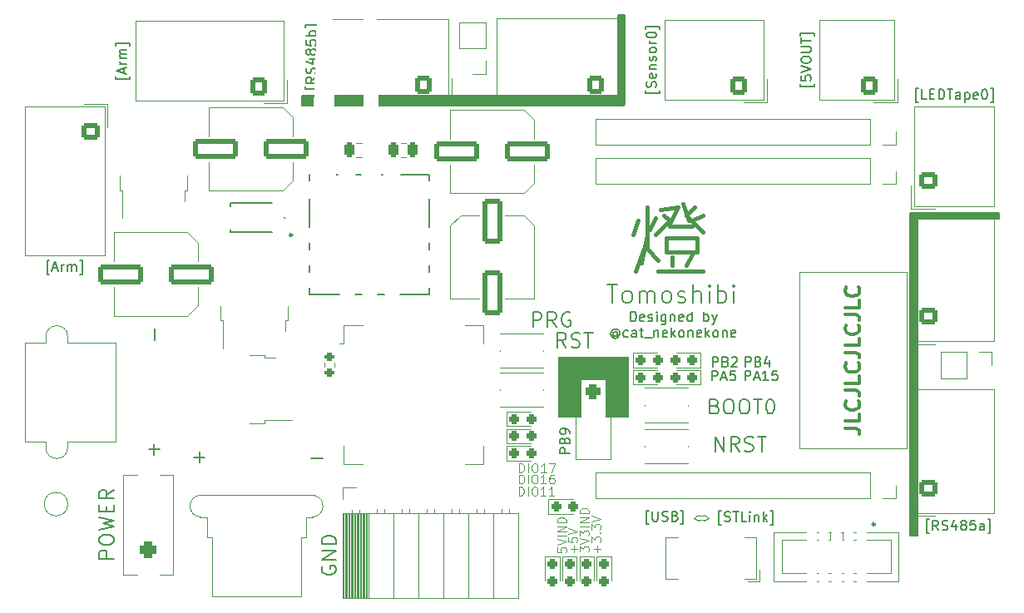
<source format=gbr>
%TF.GenerationSoftware,KiCad,Pcbnew,(6.0.11)*%
%TF.CreationDate,2024-02-29T08:23:56+09:00*%
%TF.ProjectId,Mother_Ctrl,4d6f7468-6572-45f4-9374-726c2e6b6963,rev?*%
%TF.SameCoordinates,Original*%
%TF.FileFunction,Legend,Top*%
%TF.FilePolarity,Positive*%
%FSLAX46Y46*%
G04 Gerber Fmt 4.6, Leading zero omitted, Abs format (unit mm)*
G04 Created by KiCad (PCBNEW (6.0.11)) date 2024-02-29 08:23:56*
%MOMM*%
%LPD*%
G01*
G04 APERTURE LIST*
G04 Aperture macros list*
%AMRoundRect*
0 Rectangle with rounded corners*
0 $1 Rounding radius*
0 $2 $3 $4 $5 $6 $7 $8 $9 X,Y pos of 4 corners*
0 Add a 4 corners polygon primitive as box body*
4,1,4,$2,$3,$4,$5,$6,$7,$8,$9,$2,$3,0*
0 Add four circle primitives for the rounded corners*
1,1,$1+$1,$2,$3*
1,1,$1+$1,$4,$5*
1,1,$1+$1,$6,$7*
1,1,$1+$1,$8,$9*
0 Add four rect primitives between the rounded corners*
20,1,$1+$1,$2,$3,$4,$5,0*
20,1,$1+$1,$4,$5,$6,$7,0*
20,1,$1+$1,$6,$7,$8,$9,0*
20,1,$1+$1,$8,$9,$2,$3,0*%
%AMHorizOval*
0 Thick line with rounded ends*
0 $1 width*
0 $2 $3 position (X,Y) of the first rounded end (center of the circle)*
0 $4 $5 position (X,Y) of the second rounded end (center of the circle)*
0 Add line between two ends*
20,1,$1,$2,$3,$4,$5,0*
0 Add two circle primitives to create the rounded ends*
1,1,$1,$2,$3*
1,1,$1,$4,$5*%
%AMFreePoly0*
4,1,53,0.885000,-2.035000,0.700000,-2.035000,0.700000,-3.665000,0.695106,-3.680063,0.695106,-3.695902,0.685796,-3.708716,0.680902,-3.723779,0.668089,-3.733089,0.658779,-3.745902,0.643716,-3.750796,0.630902,-3.760106,0.615063,-3.760106,0.600000,-3.765000,-0.600000,-3.765000,-0.615063,-3.760106,-0.630902,-3.760106,-0.643716,-3.750796,-0.658779,-3.745902,-0.668089,-3.733089,-0.680902,-3.723779,
-0.685796,-3.708716,-0.695106,-3.695902,-0.695106,-3.680063,-0.700000,-3.665000,-0.700000,-2.035000,-0.885000,-2.035000,-0.885000,0.450000,-2.515000,0.450000,-2.530063,0.454894,-2.545902,0.454894,-2.558716,0.464204,-2.573779,0.469098,-2.583089,0.481911,-2.595902,0.491221,-2.600796,0.506284,-2.610106,0.519098,-2.610106,0.534937,-2.615000,0.550000,-2.615000,1.750000,-2.610106,1.765063,
-2.610106,1.780902,-2.600796,1.793716,-2.595902,1.808779,-2.583089,1.818089,-2.573779,1.830902,-2.558716,1.835796,-2.545902,1.845106,-2.530063,1.845106,-2.515000,1.850000,-0.885000,1.850000,-0.885000,2.035000,0.885000,2.035000,0.885000,-2.035000,0.885000,-2.035000,$1*%
%AMFreePoly1*
4,1,53,-0.534937,2.610106,-0.519098,2.610106,-0.506284,2.600796,-0.491221,2.595902,-0.481911,2.583089,-0.469098,2.573779,-0.464204,2.558716,-0.454894,2.545902,-0.454894,2.530063,-0.450000,2.515000,-0.450000,0.885000,0.450000,0.885000,0.450000,2.515000,0.454894,2.530063,0.454894,2.545902,0.464204,2.558716,0.469098,2.573779,0.481911,2.583089,0.491221,2.595902,0.506284,2.600796,
0.519098,2.610106,0.534937,2.610106,0.550000,2.615000,1.750000,2.615000,1.765063,2.610106,1.780902,2.610106,1.793716,2.600796,1.808779,2.595902,1.818089,2.583089,1.830902,2.573779,1.835796,2.558716,1.845106,2.545902,1.845106,2.530063,1.850000,2.515000,1.850000,0.885000,2.035000,0.885000,2.035000,-0.885000,-2.035000,-0.885000,-2.035000,0.885000,-1.850000,0.885000,
-1.850000,2.515000,-1.845106,2.530063,-1.845106,2.545902,-1.835796,2.558716,-1.830902,2.573779,-1.818089,2.583089,-1.808779,2.595902,-1.793716,2.600796,-1.780902,2.610106,-1.765063,2.610106,-1.750000,2.615000,-0.550000,2.615000,-0.534937,2.610106,-0.534937,2.610106,$1*%
%AMFreePoly2*
4,1,29,0.885000,1.850000,2.515000,1.850000,2.530063,1.845106,2.545902,1.845106,2.558716,1.835796,2.573779,1.830902,2.583089,1.818089,2.595902,1.808779,2.600796,1.793716,2.610106,1.780902,2.610106,1.765063,2.615000,1.750000,2.615000,0.550000,2.610106,0.534937,2.610106,0.519098,2.600796,0.506284,2.595902,0.491221,2.583089,0.481911,2.573779,0.469098,2.558716,0.464204,
2.545902,0.454894,2.530063,0.454894,2.515000,0.450000,0.885000,0.450000,0.885000,-2.035000,-0.885000,-2.035000,-0.885000,2.035000,0.885000,2.035000,0.885000,1.850000,0.885000,1.850000,$1*%
G04 Aperture macros list end*
%ADD10C,0.150000*%
%ADD11C,0.400000*%
%ADD12C,0.130000*%
%ADD13C,0.200000*%
%ADD14C,0.110000*%
%ADD15C,0.120000*%
%ADD16C,0.300000*%
%ADD17C,0.210000*%
%ADD18C,0.283607*%
%ADD19C,0.100000*%
%ADD20C,0.250000*%
%ADD21RoundRect,0.237500X-0.287500X-0.237500X0.287500X-0.237500X0.287500X0.237500X-0.287500X0.237500X0*%
%ADD22R,0.740000X3.250000*%
%ADD23RoundRect,0.250000X0.675000X-0.600000X0.675000X0.600000X-0.675000X0.600000X-0.675000X-0.600000X0*%
%ADD24O,1.850000X1.700000*%
%ADD25R,1.700000X1.700000*%
%ADD26O,1.700000X1.700000*%
%ADD27RoundRect,0.237500X-0.237500X0.287500X-0.237500X-0.287500X0.237500X-0.287500X0.237500X0.287500X0*%
%ADD28RoundRect,0.250000X0.600000X0.675000X-0.600000X0.675000X-0.600000X-0.675000X0.600000X-0.675000X0*%
%ADD29O,1.700000X1.850000*%
%ADD30C,1.400000*%
%ADD31R,3.500000X3.500000*%
%ADD32C,3.500000*%
%ADD33RoundRect,0.250001X1.999999X0.799999X-1.999999X0.799999X-1.999999X-0.799999X1.999999X-0.799999X0*%
%ADD34R,1.400000X1.400000*%
%ADD35RoundRect,0.237500X0.287500X0.237500X-0.287500X0.237500X-0.287500X-0.237500X0.287500X-0.237500X0*%
%ADD36R,1.050000X0.650000*%
%ADD37RoundRect,0.200000X-0.275000X0.200000X-0.275000X-0.200000X0.275000X-0.200000X0.275000X0.200000X0*%
%ADD38R,3.400000X2.600000*%
%ADD39R,1.500000X2.000000*%
%ADD40RoundRect,0.250000X0.250000X0.475000X-0.250000X0.475000X-0.250000X-0.475000X0.250000X-0.475000X0*%
%ADD41RoundRect,0.250000X-0.250000X-0.475000X0.250000X-0.475000X0.250000X0.475000X-0.250000X0.475000X0*%
%ADD42R,2.200000X1.200000*%
%ADD43R,6.400000X5.800000*%
%ADD44RoundRect,0.381000X-0.381000X-0.381000X0.381000X-0.381000X0.381000X0.381000X-0.381000X0.381000X0*%
%ADD45C,1.524000*%
%ADD46R,3.000000X1.200000*%
%ADD47FreePoly0,270.000000*%
%ADD48FreePoly1,0.000000*%
%ADD49FreePoly2,0.000000*%
%ADD50R,1.200000X3.000000*%
%ADD51R,1.500000X1.200000*%
%ADD52RoundRect,0.250000X-0.675000X0.600000X-0.675000X-0.600000X0.675000X-0.600000X0.675000X0.600000X0*%
%ADD53R,1.200000X2.200000*%
%ADD54R,5.800000X6.400000*%
%ADD55HorizOval,3.100000X0.424264X-0.424264X-0.424264X0.424264X0*%
%ADD56O,1.400000X0.900000*%
%ADD57O,0.900000X1.400000*%
%ADD58O,0.900000X1.200000*%
%ADD59RoundRect,0.250001X-0.799999X1.999999X-0.799999X-1.999999X0.799999X-1.999999X0.799999X1.999999X0*%
%ADD60C,1.700000*%
%ADD61RoundRect,0.425000X0.425000X0.425000X-0.425000X0.425000X-0.425000X-0.425000X0.425000X-0.425000X0*%
%ADD62C,2.000000*%
%ADD63C,0.650000*%
%ADD64O,1.000000X1.800000*%
%ADD65O,1.000000X2.100000*%
G04 APERTURE END LIST*
D10*
X129900000Y-84370000D02*
X162700000Y-84370000D01*
X162700000Y-84370000D02*
X162700000Y-85370000D01*
X162700000Y-85370000D02*
X129900000Y-85370000D01*
X129900000Y-85370000D02*
X129900000Y-84370000D01*
G36*
X129900000Y-84370000D02*
G01*
X162700000Y-84370000D01*
X162700000Y-85370000D01*
X129900000Y-85370000D01*
X129900000Y-84370000D01*
G37*
G36*
X192600001Y-129170000D02*
G01*
X191799999Y-129170000D01*
X191800000Y-96470000D01*
X192600000Y-96470000D01*
X192600001Y-129170000D01*
G37*
X192600001Y-129170000D02*
X191799999Y-129170000D01*
X191800000Y-96470000D01*
X192600000Y-96470000D01*
X192600001Y-129170000D01*
X162750000Y-85220000D02*
X162100000Y-85220000D01*
X162100000Y-85220000D02*
X162100000Y-76220000D01*
X162100000Y-76220000D02*
X162750000Y-76220000D01*
X162750000Y-76220000D02*
X162750000Y-85220000D01*
G36*
X162750000Y-85220000D02*
G01*
X162100000Y-85220000D01*
X162100000Y-76220000D01*
X162750000Y-76220000D01*
X162750000Y-85220000D01*
G37*
G36*
X200900000Y-96370000D02*
G01*
X200899999Y-96920000D01*
X191800001Y-96919999D01*
X191800000Y-96369999D01*
X200900000Y-96370000D01*
G37*
X200900000Y-96370000D02*
X200899999Y-96920000D01*
X191800001Y-96919999D01*
X191800000Y-96369999D01*
X200900000Y-96370000D01*
D11*
X167317142Y-97702857D02*
X169602857Y-97702857D01*
X167031428Y-100274285D02*
X170174285Y-100274285D01*
X166174285Y-102274285D02*
X170745714Y-102274285D01*
X167031428Y-98845714D02*
X167031428Y-100274285D01*
X167031428Y-98845714D02*
X170174285Y-98845714D01*
X170174285Y-100274285D01*
X165031428Y-95702857D02*
X165031428Y-99988571D01*
X166174285Y-101131428D01*
X169031428Y-96560000D02*
X170745714Y-98274285D01*
X170745714Y-96560000D02*
X169602857Y-97131428D01*
X166745714Y-96560000D02*
X167317142Y-97131428D01*
X165888571Y-98560000D01*
X169888571Y-95702857D02*
X169031428Y-96560000D01*
X167602857Y-100845714D02*
X167602857Y-101702857D01*
X168745714Y-95417142D02*
X169317142Y-97131428D01*
X169602857Y-100560000D02*
X169031428Y-101702857D01*
X165888571Y-96845714D02*
X165317142Y-97988571D01*
X164745714Y-99988571D02*
X163888571Y-102274285D01*
X166460000Y-95988571D02*
X168174285Y-95702857D01*
X167317142Y-97417142D01*
X164174285Y-97131428D02*
X163602857Y-98560000D01*
X165031428Y-98560000D02*
X164460000Y-101417142D01*
D12*
X171721904Y-111992380D02*
X171721904Y-110992380D01*
X172102857Y-110992380D01*
X172198095Y-111040000D01*
X172245714Y-111087619D01*
X172293333Y-111182857D01*
X172293333Y-111325714D01*
X172245714Y-111420952D01*
X172198095Y-111468571D01*
X172102857Y-111516190D01*
X171721904Y-111516190D01*
X173055238Y-111468571D02*
X173198095Y-111516190D01*
X173245714Y-111563809D01*
X173293333Y-111659047D01*
X173293333Y-111801904D01*
X173245714Y-111897142D01*
X173198095Y-111944761D01*
X173102857Y-111992380D01*
X172721904Y-111992380D01*
X172721904Y-110992380D01*
X173055238Y-110992380D01*
X173150476Y-111040000D01*
X173198095Y-111087619D01*
X173245714Y-111182857D01*
X173245714Y-111278095D01*
X173198095Y-111373333D01*
X173150476Y-111420952D01*
X173055238Y-111468571D01*
X172721904Y-111468571D01*
X173674285Y-111087619D02*
X173721904Y-111040000D01*
X173817142Y-110992380D01*
X174055238Y-110992380D01*
X174150476Y-111040000D01*
X174198095Y-111087619D01*
X174245714Y-111182857D01*
X174245714Y-111278095D01*
X174198095Y-111420952D01*
X173626666Y-111992380D01*
X174245714Y-111992380D01*
X192649523Y-85085714D02*
X192411428Y-85085714D01*
X192411428Y-83657142D01*
X192649523Y-83657142D01*
X193506666Y-84752380D02*
X193030476Y-84752380D01*
X193030476Y-83752380D01*
X193840000Y-84228571D02*
X194173333Y-84228571D01*
X194316190Y-84752380D02*
X193840000Y-84752380D01*
X193840000Y-83752380D01*
X194316190Y-83752380D01*
X194744761Y-84752380D02*
X194744761Y-83752380D01*
X194982857Y-83752380D01*
X195125714Y-83800000D01*
X195220952Y-83895238D01*
X195268571Y-83990476D01*
X195316190Y-84180952D01*
X195316190Y-84323809D01*
X195268571Y-84514285D01*
X195220952Y-84609523D01*
X195125714Y-84704761D01*
X194982857Y-84752380D01*
X194744761Y-84752380D01*
X195601904Y-83752380D02*
X196173333Y-83752380D01*
X195887619Y-84752380D02*
X195887619Y-83752380D01*
X196935238Y-84752380D02*
X196935238Y-84228571D01*
X196887619Y-84133333D01*
X196792380Y-84085714D01*
X196601904Y-84085714D01*
X196506666Y-84133333D01*
X196935238Y-84704761D02*
X196840000Y-84752380D01*
X196601904Y-84752380D01*
X196506666Y-84704761D01*
X196459047Y-84609523D01*
X196459047Y-84514285D01*
X196506666Y-84419047D01*
X196601904Y-84371428D01*
X196840000Y-84371428D01*
X196935238Y-84323809D01*
X197411428Y-84085714D02*
X197411428Y-85085714D01*
X197411428Y-84133333D02*
X197506666Y-84085714D01*
X197697142Y-84085714D01*
X197792380Y-84133333D01*
X197840000Y-84180952D01*
X197887619Y-84276190D01*
X197887619Y-84561904D01*
X197840000Y-84657142D01*
X197792380Y-84704761D01*
X197697142Y-84752380D01*
X197506666Y-84752380D01*
X197411428Y-84704761D01*
X198697142Y-84704761D02*
X198601904Y-84752380D01*
X198411428Y-84752380D01*
X198316190Y-84704761D01*
X198268571Y-84609523D01*
X198268571Y-84228571D01*
X198316190Y-84133333D01*
X198411428Y-84085714D01*
X198601904Y-84085714D01*
X198697142Y-84133333D01*
X198744761Y-84228571D01*
X198744761Y-84323809D01*
X198268571Y-84419047D01*
X199363809Y-83752380D02*
X199459047Y-83752380D01*
X199554285Y-83800000D01*
X199601904Y-83847619D01*
X199649523Y-83942857D01*
X199697142Y-84133333D01*
X199697142Y-84371428D01*
X199649523Y-84561904D01*
X199601904Y-84657142D01*
X199554285Y-84704761D01*
X199459047Y-84752380D01*
X199363809Y-84752380D01*
X199268571Y-84704761D01*
X199220952Y-84657142D01*
X199173333Y-84561904D01*
X199125714Y-84371428D01*
X199125714Y-84133333D01*
X199173333Y-83942857D01*
X199220952Y-83847619D01*
X199268571Y-83800000D01*
X199363809Y-83752380D01*
X200030476Y-85085714D02*
X200268571Y-85085714D01*
X200268571Y-83657142D01*
X200030476Y-83657142D01*
D13*
X171950000Y-115992857D02*
X172164285Y-116064285D01*
X172235714Y-116135714D01*
X172307142Y-116278571D01*
X172307142Y-116492857D01*
X172235714Y-116635714D01*
X172164285Y-116707142D01*
X172021428Y-116778571D01*
X171450000Y-116778571D01*
X171450000Y-115278571D01*
X171950000Y-115278571D01*
X172092857Y-115350000D01*
X172164285Y-115421428D01*
X172235714Y-115564285D01*
X172235714Y-115707142D01*
X172164285Y-115850000D01*
X172092857Y-115921428D01*
X171950000Y-115992857D01*
X171450000Y-115992857D01*
X173235714Y-115278571D02*
X173521428Y-115278571D01*
X173664285Y-115350000D01*
X173807142Y-115492857D01*
X173878571Y-115778571D01*
X173878571Y-116278571D01*
X173807142Y-116564285D01*
X173664285Y-116707142D01*
X173521428Y-116778571D01*
X173235714Y-116778571D01*
X173092857Y-116707142D01*
X172950000Y-116564285D01*
X172878571Y-116278571D01*
X172878571Y-115778571D01*
X172950000Y-115492857D01*
X173092857Y-115350000D01*
X173235714Y-115278571D01*
X174807142Y-115278571D02*
X175092857Y-115278571D01*
X175235714Y-115350000D01*
X175378571Y-115492857D01*
X175450000Y-115778571D01*
X175450000Y-116278571D01*
X175378571Y-116564285D01*
X175235714Y-116707142D01*
X175092857Y-116778571D01*
X174807142Y-116778571D01*
X174664285Y-116707142D01*
X174521428Y-116564285D01*
X174450000Y-116278571D01*
X174450000Y-115778571D01*
X174521428Y-115492857D01*
X174664285Y-115350000D01*
X174807142Y-115278571D01*
X175878571Y-115278571D02*
X176735714Y-115278571D01*
X176307142Y-116778571D02*
X176307142Y-115278571D01*
X177521428Y-115278571D02*
X177664285Y-115278571D01*
X177807142Y-115350000D01*
X177878571Y-115421428D01*
X177950000Y-115564285D01*
X178021428Y-115850000D01*
X178021428Y-116207142D01*
X177950000Y-116492857D01*
X177878571Y-116635714D01*
X177807142Y-116707142D01*
X177664285Y-116778571D01*
X177521428Y-116778571D01*
X177378571Y-116707142D01*
X177307142Y-116635714D01*
X177235714Y-116492857D01*
X177164285Y-116207142D01*
X177164285Y-115850000D01*
X177235714Y-115564285D01*
X177307142Y-115421428D01*
X177378571Y-115350000D01*
X177521428Y-115278571D01*
D12*
X175051904Y-111972380D02*
X175051904Y-110972380D01*
X175432857Y-110972380D01*
X175528095Y-111020000D01*
X175575714Y-111067619D01*
X175623333Y-111162857D01*
X175623333Y-111305714D01*
X175575714Y-111400952D01*
X175528095Y-111448571D01*
X175432857Y-111496190D01*
X175051904Y-111496190D01*
X176385238Y-111448571D02*
X176528095Y-111496190D01*
X176575714Y-111543809D01*
X176623333Y-111639047D01*
X176623333Y-111781904D01*
X176575714Y-111877142D01*
X176528095Y-111924761D01*
X176432857Y-111972380D01*
X176051904Y-111972380D01*
X176051904Y-110972380D01*
X176385238Y-110972380D01*
X176480476Y-111020000D01*
X176528095Y-111067619D01*
X176575714Y-111162857D01*
X176575714Y-111258095D01*
X176528095Y-111353333D01*
X176480476Y-111400952D01*
X176385238Y-111448571D01*
X176051904Y-111448571D01*
X177480476Y-111305714D02*
X177480476Y-111972380D01*
X177242380Y-110924761D02*
X177004285Y-111639047D01*
X177623333Y-111639047D01*
D14*
X152021428Y-125087142D02*
X152021428Y-124187142D01*
X152235714Y-124187142D01*
X152364285Y-124230000D01*
X152450000Y-124315714D01*
X152492857Y-124401428D01*
X152535714Y-124572857D01*
X152535714Y-124701428D01*
X152492857Y-124872857D01*
X152450000Y-124958571D01*
X152364285Y-125044285D01*
X152235714Y-125087142D01*
X152021428Y-125087142D01*
X152921428Y-125087142D02*
X152921428Y-124187142D01*
X153521428Y-124187142D02*
X153692857Y-124187142D01*
X153778571Y-124230000D01*
X153864285Y-124315714D01*
X153907142Y-124487142D01*
X153907142Y-124787142D01*
X153864285Y-124958571D01*
X153778571Y-125044285D01*
X153692857Y-125087142D01*
X153521428Y-125087142D01*
X153435714Y-125044285D01*
X153350000Y-124958571D01*
X153307142Y-124787142D01*
X153307142Y-124487142D01*
X153350000Y-124315714D01*
X153435714Y-124230000D01*
X153521428Y-124187142D01*
X154764285Y-125087142D02*
X154250000Y-125087142D01*
X154507142Y-125087142D02*
X154507142Y-124187142D01*
X154421428Y-124315714D01*
X154335714Y-124401428D01*
X154250000Y-124444285D01*
X155621428Y-125087142D02*
X155107142Y-125087142D01*
X155364285Y-125087142D02*
X155364285Y-124187142D01*
X155278571Y-124315714D01*
X155192857Y-124401428D01*
X155107142Y-124444285D01*
D15*
X171046190Y-127181428D02*
X170093809Y-127181428D01*
X171046190Y-127552857D02*
X170093809Y-127552857D01*
X170855714Y-127057619D02*
X171331904Y-127367142D01*
X170855714Y-127676666D01*
X170284285Y-127676666D02*
X169808095Y-127367142D01*
X170284285Y-127057619D01*
D12*
X166315714Y-83882857D02*
X166315714Y-84120952D01*
X164887142Y-84120952D01*
X164887142Y-83882857D01*
X165934761Y-83549523D02*
X165982380Y-83406666D01*
X165982380Y-83168571D01*
X165934761Y-83073333D01*
X165887142Y-83025714D01*
X165791904Y-82978095D01*
X165696666Y-82978095D01*
X165601428Y-83025714D01*
X165553809Y-83073333D01*
X165506190Y-83168571D01*
X165458571Y-83359047D01*
X165410952Y-83454285D01*
X165363333Y-83501904D01*
X165268095Y-83549523D01*
X165172857Y-83549523D01*
X165077619Y-83501904D01*
X165030000Y-83454285D01*
X164982380Y-83359047D01*
X164982380Y-83120952D01*
X165030000Y-82978095D01*
X165934761Y-82168571D02*
X165982380Y-82263809D01*
X165982380Y-82454285D01*
X165934761Y-82549523D01*
X165839523Y-82597142D01*
X165458571Y-82597142D01*
X165363333Y-82549523D01*
X165315714Y-82454285D01*
X165315714Y-82263809D01*
X165363333Y-82168571D01*
X165458571Y-82120952D01*
X165553809Y-82120952D01*
X165649047Y-82597142D01*
X165315714Y-81692380D02*
X165982380Y-81692380D01*
X165410952Y-81692380D02*
X165363333Y-81644761D01*
X165315714Y-81549523D01*
X165315714Y-81406666D01*
X165363333Y-81311428D01*
X165458571Y-81263809D01*
X165982380Y-81263809D01*
X165934761Y-80835238D02*
X165982380Y-80740000D01*
X165982380Y-80549523D01*
X165934761Y-80454285D01*
X165839523Y-80406666D01*
X165791904Y-80406666D01*
X165696666Y-80454285D01*
X165649047Y-80549523D01*
X165649047Y-80692380D01*
X165601428Y-80787619D01*
X165506190Y-80835238D01*
X165458571Y-80835238D01*
X165363333Y-80787619D01*
X165315714Y-80692380D01*
X165315714Y-80549523D01*
X165363333Y-80454285D01*
X165982380Y-79835238D02*
X165934761Y-79930476D01*
X165887142Y-79978095D01*
X165791904Y-80025714D01*
X165506190Y-80025714D01*
X165410952Y-79978095D01*
X165363333Y-79930476D01*
X165315714Y-79835238D01*
X165315714Y-79692380D01*
X165363333Y-79597142D01*
X165410952Y-79549523D01*
X165506190Y-79501904D01*
X165791904Y-79501904D01*
X165887142Y-79549523D01*
X165934761Y-79597142D01*
X165982380Y-79692380D01*
X165982380Y-79835238D01*
X165982380Y-79073333D02*
X165315714Y-79073333D01*
X165506190Y-79073333D02*
X165410952Y-79025714D01*
X165363333Y-78978095D01*
X165315714Y-78882857D01*
X165315714Y-78787619D01*
X164982380Y-78263809D02*
X164982380Y-78168571D01*
X165030000Y-78073333D01*
X165077619Y-78025714D01*
X165172857Y-77978095D01*
X165363333Y-77930476D01*
X165601428Y-77930476D01*
X165791904Y-77978095D01*
X165887142Y-78025714D01*
X165934761Y-78073333D01*
X165982380Y-78168571D01*
X165982380Y-78263809D01*
X165934761Y-78359047D01*
X165887142Y-78406666D01*
X165791904Y-78454285D01*
X165601428Y-78501904D01*
X165363333Y-78501904D01*
X165172857Y-78454285D01*
X165077619Y-78406666D01*
X165030000Y-78359047D01*
X164982380Y-78263809D01*
X166315714Y-77597142D02*
X166315714Y-77359047D01*
X164887142Y-77359047D01*
X164887142Y-77597142D01*
X182075714Y-83216190D02*
X182075714Y-83454285D01*
X180647142Y-83454285D01*
X180647142Y-83216190D01*
X180742380Y-82359047D02*
X180742380Y-82835238D01*
X181218571Y-82882857D01*
X181170952Y-82835238D01*
X181123333Y-82740000D01*
X181123333Y-82501904D01*
X181170952Y-82406666D01*
X181218571Y-82359047D01*
X181313809Y-82311428D01*
X181551904Y-82311428D01*
X181647142Y-82359047D01*
X181694761Y-82406666D01*
X181742380Y-82501904D01*
X181742380Y-82740000D01*
X181694761Y-82835238D01*
X181647142Y-82882857D01*
X180742380Y-82025714D02*
X181742380Y-81692380D01*
X180742380Y-81359047D01*
X180742380Y-80835238D02*
X180742380Y-80644761D01*
X180790000Y-80549523D01*
X180885238Y-80454285D01*
X181075714Y-80406666D01*
X181409047Y-80406666D01*
X181599523Y-80454285D01*
X181694761Y-80549523D01*
X181742380Y-80644761D01*
X181742380Y-80835238D01*
X181694761Y-80930476D01*
X181599523Y-81025714D01*
X181409047Y-81073333D01*
X181075714Y-81073333D01*
X180885238Y-81025714D01*
X180790000Y-80930476D01*
X180742380Y-80835238D01*
X180742380Y-79978095D02*
X181551904Y-79978095D01*
X181647142Y-79930476D01*
X181694761Y-79882857D01*
X181742380Y-79787619D01*
X181742380Y-79597142D01*
X181694761Y-79501904D01*
X181647142Y-79454285D01*
X181551904Y-79406666D01*
X180742380Y-79406666D01*
X180742380Y-79073333D02*
X180742380Y-78501904D01*
X181742380Y-78787619D02*
X180742380Y-78787619D01*
X182075714Y-78263809D02*
X182075714Y-78025714D01*
X180647142Y-78025714D01*
X180647142Y-78263809D01*
D13*
X132000000Y-132312857D02*
X131928571Y-132455714D01*
X131928571Y-132670000D01*
X132000000Y-132884285D01*
X132142857Y-133027142D01*
X132285714Y-133098571D01*
X132571428Y-133170000D01*
X132785714Y-133170000D01*
X133071428Y-133098571D01*
X133214285Y-133027142D01*
X133357142Y-132884285D01*
X133428571Y-132670000D01*
X133428571Y-132527142D01*
X133357142Y-132312857D01*
X133285714Y-132241428D01*
X132785714Y-132241428D01*
X132785714Y-132527142D01*
X133428571Y-131598571D02*
X131928571Y-131598571D01*
X133428571Y-130741428D01*
X131928571Y-130741428D01*
X133428571Y-130027142D02*
X131928571Y-130027142D01*
X131928571Y-129670000D01*
X132000000Y-129455714D01*
X132142857Y-129312857D01*
X132285714Y-129241428D01*
X132571428Y-129170000D01*
X132785714Y-129170000D01*
X133071428Y-129241428D01*
X133214285Y-129312857D01*
X133357142Y-129455714D01*
X133428571Y-129670000D01*
X133428571Y-130027142D01*
D12*
X171693333Y-113382380D02*
X171693333Y-112382380D01*
X172074285Y-112382380D01*
X172169523Y-112430000D01*
X172217142Y-112477619D01*
X172264761Y-112572857D01*
X172264761Y-112715714D01*
X172217142Y-112810952D01*
X172169523Y-112858571D01*
X172074285Y-112906190D01*
X171693333Y-112906190D01*
X172645714Y-113096666D02*
X173121904Y-113096666D01*
X172550476Y-113382380D02*
X172883809Y-112382380D01*
X173217142Y-113382380D01*
X174026666Y-112382380D02*
X173550476Y-112382380D01*
X173502857Y-112858571D01*
X173550476Y-112810952D01*
X173645714Y-112763333D01*
X173883809Y-112763333D01*
X173979047Y-112810952D01*
X174026666Y-112858571D01*
X174074285Y-112953809D01*
X174074285Y-113191904D01*
X174026666Y-113287142D01*
X173979047Y-113334761D01*
X173883809Y-113382380D01*
X173645714Y-113382380D01*
X173550476Y-113334761D01*
X173502857Y-113287142D01*
D13*
X156808571Y-110028571D02*
X156308571Y-109314285D01*
X155951428Y-110028571D02*
X155951428Y-108528571D01*
X156522857Y-108528571D01*
X156665714Y-108600000D01*
X156737142Y-108671428D01*
X156808571Y-108814285D01*
X156808571Y-109028571D01*
X156737142Y-109171428D01*
X156665714Y-109242857D01*
X156522857Y-109314285D01*
X155951428Y-109314285D01*
X157380000Y-109957142D02*
X157594285Y-110028571D01*
X157951428Y-110028571D01*
X158094285Y-109957142D01*
X158165714Y-109885714D01*
X158237142Y-109742857D01*
X158237142Y-109600000D01*
X158165714Y-109457142D01*
X158094285Y-109385714D01*
X157951428Y-109314285D01*
X157665714Y-109242857D01*
X157522857Y-109171428D01*
X157451428Y-109100000D01*
X157380000Y-108957142D01*
X157380000Y-108814285D01*
X157451428Y-108671428D01*
X157522857Y-108600000D01*
X157665714Y-108528571D01*
X158022857Y-108528571D01*
X158237142Y-108600000D01*
X158665714Y-108528571D02*
X159522857Y-108528571D01*
X159094285Y-110028571D02*
X159094285Y-108528571D01*
D14*
X159954285Y-130890000D02*
X159954285Y-130204285D01*
X160297142Y-130547142D02*
X159611428Y-130547142D01*
X159397142Y-129861428D02*
X159397142Y-129304285D01*
X159740000Y-129604285D01*
X159740000Y-129475714D01*
X159782857Y-129390000D01*
X159825714Y-129347142D01*
X159911428Y-129304285D01*
X160125714Y-129304285D01*
X160211428Y-129347142D01*
X160254285Y-129390000D01*
X160297142Y-129475714D01*
X160297142Y-129732857D01*
X160254285Y-129818571D01*
X160211428Y-129861428D01*
X160211428Y-128918571D02*
X160254285Y-128875714D01*
X160297142Y-128918571D01*
X160254285Y-128961428D01*
X160211428Y-128918571D01*
X160297142Y-128918571D01*
X159397142Y-128575714D02*
X159397142Y-128018571D01*
X159740000Y-128318571D01*
X159740000Y-128190000D01*
X159782857Y-128104285D01*
X159825714Y-128061428D01*
X159911428Y-128018571D01*
X160125714Y-128018571D01*
X160211428Y-128061428D01*
X160254285Y-128104285D01*
X160297142Y-128190000D01*
X160297142Y-128447142D01*
X160254285Y-128532857D01*
X160211428Y-128575714D01*
X159397142Y-127761428D02*
X160297142Y-127461428D01*
X159397142Y-127161428D01*
X158217142Y-130820000D02*
X158217142Y-130262857D01*
X158560000Y-130562857D01*
X158560000Y-130434285D01*
X158602857Y-130348571D01*
X158645714Y-130305714D01*
X158731428Y-130262857D01*
X158945714Y-130262857D01*
X159031428Y-130305714D01*
X159074285Y-130348571D01*
X159117142Y-130434285D01*
X159117142Y-130691428D01*
X159074285Y-130777142D01*
X159031428Y-130820000D01*
X158217142Y-130005714D02*
X159117142Y-129705714D01*
X158217142Y-129405714D01*
X158217142Y-129191428D02*
X158217142Y-128634285D01*
X158560000Y-128934285D01*
X158560000Y-128805714D01*
X158602857Y-128720000D01*
X158645714Y-128677142D01*
X158731428Y-128634285D01*
X158945714Y-128634285D01*
X159031428Y-128677142D01*
X159074285Y-128720000D01*
X159117142Y-128805714D01*
X159117142Y-129062857D01*
X159074285Y-129148571D01*
X159031428Y-129191428D01*
X159117142Y-128248571D02*
X158217142Y-128248571D01*
X159117142Y-127820000D02*
X158217142Y-127820000D01*
X159117142Y-127305714D01*
X158217142Y-127305714D01*
X159117142Y-126877142D02*
X158217142Y-126877142D01*
X158217142Y-126662857D01*
X158260000Y-126534285D01*
X158345714Y-126448571D01*
X158431428Y-126405714D01*
X158602857Y-126362857D01*
X158731428Y-126362857D01*
X158902857Y-126405714D01*
X158988571Y-126448571D01*
X159074285Y-126534285D01*
X159117142Y-126662857D01*
X159117142Y-126877142D01*
D13*
X110788571Y-131524285D02*
X109288571Y-131524285D01*
X109288571Y-130952857D01*
X109360000Y-130810000D01*
X109431428Y-130738571D01*
X109574285Y-130667142D01*
X109788571Y-130667142D01*
X109931428Y-130738571D01*
X110002857Y-130810000D01*
X110074285Y-130952857D01*
X110074285Y-131524285D01*
X109288571Y-129738571D02*
X109288571Y-129452857D01*
X109360000Y-129310000D01*
X109502857Y-129167142D01*
X109788571Y-129095714D01*
X110288571Y-129095714D01*
X110574285Y-129167142D01*
X110717142Y-129310000D01*
X110788571Y-129452857D01*
X110788571Y-129738571D01*
X110717142Y-129881428D01*
X110574285Y-130024285D01*
X110288571Y-130095714D01*
X109788571Y-130095714D01*
X109502857Y-130024285D01*
X109360000Y-129881428D01*
X109288571Y-129738571D01*
X109288571Y-128595714D02*
X110788571Y-128238571D01*
X109717142Y-127952857D01*
X110788571Y-127667142D01*
X109288571Y-127310000D01*
X110002857Y-126738571D02*
X110002857Y-126238571D01*
X110788571Y-126024285D02*
X110788571Y-126738571D01*
X109288571Y-126738571D01*
X109288571Y-126024285D01*
X110788571Y-124524285D02*
X110074285Y-125024285D01*
X110788571Y-125381428D02*
X109288571Y-125381428D01*
X109288571Y-124810000D01*
X109360000Y-124667142D01*
X109431428Y-124595714D01*
X109574285Y-124524285D01*
X109788571Y-124524285D01*
X109931428Y-124595714D01*
X110002857Y-124667142D01*
X110074285Y-124810000D01*
X110074285Y-125381428D01*
D14*
X157594285Y-130897142D02*
X157594285Y-130211428D01*
X157937142Y-130554285D02*
X157251428Y-130554285D01*
X157037142Y-129354285D02*
X157037142Y-129782857D01*
X157465714Y-129825714D01*
X157422857Y-129782857D01*
X157380000Y-129697142D01*
X157380000Y-129482857D01*
X157422857Y-129397142D01*
X157465714Y-129354285D01*
X157551428Y-129311428D01*
X157765714Y-129311428D01*
X157851428Y-129354285D01*
X157894285Y-129397142D01*
X157937142Y-129482857D01*
X157937142Y-129697142D01*
X157894285Y-129782857D01*
X157851428Y-129825714D01*
X157037142Y-129054285D02*
X157937142Y-128754285D01*
X157037142Y-128454285D01*
D12*
X193750000Y-128955714D02*
X193511904Y-128955714D01*
X193511904Y-127527142D01*
X193750000Y-127527142D01*
X194702380Y-128622380D02*
X194369047Y-128146190D01*
X194130952Y-128622380D02*
X194130952Y-127622380D01*
X194511904Y-127622380D01*
X194607142Y-127670000D01*
X194654761Y-127717619D01*
X194702380Y-127812857D01*
X194702380Y-127955714D01*
X194654761Y-128050952D01*
X194607142Y-128098571D01*
X194511904Y-128146190D01*
X194130952Y-128146190D01*
X195083333Y-128574761D02*
X195226190Y-128622380D01*
X195464285Y-128622380D01*
X195559523Y-128574761D01*
X195607142Y-128527142D01*
X195654761Y-128431904D01*
X195654761Y-128336666D01*
X195607142Y-128241428D01*
X195559523Y-128193809D01*
X195464285Y-128146190D01*
X195273809Y-128098571D01*
X195178571Y-128050952D01*
X195130952Y-128003333D01*
X195083333Y-127908095D01*
X195083333Y-127812857D01*
X195130952Y-127717619D01*
X195178571Y-127670000D01*
X195273809Y-127622380D01*
X195511904Y-127622380D01*
X195654761Y-127670000D01*
X196511904Y-127955714D02*
X196511904Y-128622380D01*
X196273809Y-127574761D02*
X196035714Y-128289047D01*
X196654761Y-128289047D01*
X197178571Y-128050952D02*
X197083333Y-128003333D01*
X197035714Y-127955714D01*
X196988095Y-127860476D01*
X196988095Y-127812857D01*
X197035714Y-127717619D01*
X197083333Y-127670000D01*
X197178571Y-127622380D01*
X197369047Y-127622380D01*
X197464285Y-127670000D01*
X197511904Y-127717619D01*
X197559523Y-127812857D01*
X197559523Y-127860476D01*
X197511904Y-127955714D01*
X197464285Y-128003333D01*
X197369047Y-128050952D01*
X197178571Y-128050952D01*
X197083333Y-128098571D01*
X197035714Y-128146190D01*
X196988095Y-128241428D01*
X196988095Y-128431904D01*
X197035714Y-128527142D01*
X197083333Y-128574761D01*
X197178571Y-128622380D01*
X197369047Y-128622380D01*
X197464285Y-128574761D01*
X197511904Y-128527142D01*
X197559523Y-128431904D01*
X197559523Y-128241428D01*
X197511904Y-128146190D01*
X197464285Y-128098571D01*
X197369047Y-128050952D01*
X198464285Y-127622380D02*
X197988095Y-127622380D01*
X197940476Y-128098571D01*
X197988095Y-128050952D01*
X198083333Y-128003333D01*
X198321428Y-128003333D01*
X198416666Y-128050952D01*
X198464285Y-128098571D01*
X198511904Y-128193809D01*
X198511904Y-128431904D01*
X198464285Y-128527142D01*
X198416666Y-128574761D01*
X198321428Y-128622380D01*
X198083333Y-128622380D01*
X197988095Y-128574761D01*
X197940476Y-128527142D01*
X199369047Y-128622380D02*
X199369047Y-128098571D01*
X199321428Y-128003333D01*
X199226190Y-127955714D01*
X199035714Y-127955714D01*
X198940476Y-128003333D01*
X199369047Y-128574761D02*
X199273809Y-128622380D01*
X199035714Y-128622380D01*
X198940476Y-128574761D01*
X198892857Y-128479523D01*
X198892857Y-128384285D01*
X198940476Y-128289047D01*
X199035714Y-128241428D01*
X199273809Y-128241428D01*
X199369047Y-128193809D01*
X199750000Y-128955714D02*
X199988095Y-128955714D01*
X199988095Y-127527142D01*
X199750000Y-127527142D01*
D16*
X185198570Y-118248573D02*
X186269999Y-118248573D01*
X186484284Y-118320002D01*
X186627141Y-118462859D01*
X186698570Y-118677144D01*
X186698570Y-118820002D01*
X186698570Y-116820002D02*
X186698570Y-117534287D01*
X185198570Y-117534287D01*
X186555713Y-115462859D02*
X186627141Y-115534287D01*
X186698570Y-115748573D01*
X186698570Y-115891430D01*
X186627141Y-116105716D01*
X186484284Y-116248573D01*
X186341427Y-116320002D01*
X186055713Y-116391430D01*
X185841427Y-116391430D01*
X185555713Y-116320002D01*
X185412856Y-116248573D01*
X185269999Y-116105716D01*
X185198570Y-115891430D01*
X185198570Y-115748573D01*
X185269999Y-115534287D01*
X185341427Y-115462859D01*
X185198570Y-114391430D02*
X186269999Y-114391430D01*
X186484284Y-114462859D01*
X186627141Y-114605716D01*
X186698570Y-114820002D01*
X186698570Y-114962859D01*
X186698570Y-112962859D02*
X186698570Y-113677144D01*
X185198570Y-113677144D01*
X186555713Y-111605716D02*
X186627141Y-111677144D01*
X186698570Y-111891430D01*
X186698570Y-112034287D01*
X186627141Y-112248573D01*
X186484284Y-112391430D01*
X186341427Y-112462859D01*
X186055713Y-112534287D01*
X185841427Y-112534287D01*
X185555713Y-112462859D01*
X185412856Y-112391430D01*
X185269999Y-112248573D01*
X185198570Y-112034287D01*
X185198570Y-111891430D01*
X185269999Y-111677144D01*
X185341427Y-111605716D01*
X185198570Y-110534287D02*
X186269999Y-110534287D01*
X186484284Y-110605716D01*
X186627141Y-110748573D01*
X186698570Y-110962859D01*
X186698570Y-111105716D01*
X186698570Y-109105716D02*
X186698570Y-109820002D01*
X185198570Y-109820002D01*
X186555713Y-107748573D02*
X186627141Y-107820002D01*
X186698570Y-108034287D01*
X186698570Y-108177144D01*
X186627141Y-108391430D01*
X186484284Y-108534287D01*
X186341427Y-108605716D01*
X186055713Y-108677144D01*
X185841427Y-108677144D01*
X185555713Y-108605716D01*
X185412856Y-108534287D01*
X185269999Y-108391430D01*
X185198570Y-108177144D01*
X185198570Y-108034287D01*
X185269999Y-107820002D01*
X185341427Y-107748573D01*
X185198570Y-106677144D02*
X186269999Y-106677144D01*
X186484284Y-106748573D01*
X186627141Y-106891430D01*
X186698570Y-107105716D01*
X186698570Y-107248573D01*
X186698570Y-105248573D02*
X186698570Y-105962859D01*
X185198570Y-105962859D01*
X186555713Y-103891430D02*
X186627141Y-103962859D01*
X186698570Y-104177144D01*
X186698570Y-104320002D01*
X186627141Y-104534287D01*
X186484284Y-104677144D01*
X186341427Y-104748573D01*
X186055713Y-104820002D01*
X185841427Y-104820002D01*
X185555713Y-104748573D01*
X185412856Y-104677144D01*
X185269999Y-104534287D01*
X185198570Y-104320002D01*
X185198570Y-104177144D01*
X185269999Y-103962859D01*
X185341427Y-103891430D01*
D14*
X152031428Y-123887142D02*
X152031428Y-122987142D01*
X152245714Y-122987142D01*
X152374285Y-123030000D01*
X152460000Y-123115714D01*
X152502857Y-123201428D01*
X152545714Y-123372857D01*
X152545714Y-123501428D01*
X152502857Y-123672857D01*
X152460000Y-123758571D01*
X152374285Y-123844285D01*
X152245714Y-123887142D01*
X152031428Y-123887142D01*
X152931428Y-123887142D02*
X152931428Y-122987142D01*
X153531428Y-122987142D02*
X153702857Y-122987142D01*
X153788571Y-123030000D01*
X153874285Y-123115714D01*
X153917142Y-123287142D01*
X153917142Y-123587142D01*
X153874285Y-123758571D01*
X153788571Y-123844285D01*
X153702857Y-123887142D01*
X153531428Y-123887142D01*
X153445714Y-123844285D01*
X153360000Y-123758571D01*
X153317142Y-123587142D01*
X153317142Y-123287142D01*
X153360000Y-123115714D01*
X153445714Y-123030000D01*
X153531428Y-122987142D01*
X154774285Y-123887142D02*
X154260000Y-123887142D01*
X154517142Y-123887142D02*
X154517142Y-122987142D01*
X154431428Y-123115714D01*
X154345714Y-123201428D01*
X154260000Y-123244285D01*
X155545714Y-122987142D02*
X155374285Y-122987142D01*
X155288571Y-123030000D01*
X155245714Y-123072857D01*
X155160000Y-123201428D01*
X155117142Y-123372857D01*
X155117142Y-123715714D01*
X155160000Y-123801428D01*
X155202857Y-123844285D01*
X155288571Y-123887142D01*
X155460000Y-123887142D01*
X155545714Y-123844285D01*
X155588571Y-123801428D01*
X155631428Y-123715714D01*
X155631428Y-123501428D01*
X155588571Y-123415714D01*
X155545714Y-123372857D01*
X155460000Y-123330000D01*
X155288571Y-123330000D01*
X155202857Y-123372857D01*
X155160000Y-123415714D01*
X155117142Y-123501428D01*
D17*
X161022857Y-103654285D02*
X162051428Y-103654285D01*
X161537142Y-105454285D02*
X161537142Y-103654285D01*
X162908571Y-105454285D02*
X162737142Y-105368571D01*
X162651428Y-105282857D01*
X162565714Y-105111428D01*
X162565714Y-104597142D01*
X162651428Y-104425714D01*
X162737142Y-104340000D01*
X162908571Y-104254285D01*
X163165714Y-104254285D01*
X163337142Y-104340000D01*
X163422857Y-104425714D01*
X163508571Y-104597142D01*
X163508571Y-105111428D01*
X163422857Y-105282857D01*
X163337142Y-105368571D01*
X163165714Y-105454285D01*
X162908571Y-105454285D01*
X164280000Y-105454285D02*
X164280000Y-104254285D01*
X164280000Y-104425714D02*
X164365714Y-104340000D01*
X164537142Y-104254285D01*
X164794285Y-104254285D01*
X164965714Y-104340000D01*
X165051428Y-104511428D01*
X165051428Y-105454285D01*
X165051428Y-104511428D02*
X165137142Y-104340000D01*
X165308571Y-104254285D01*
X165565714Y-104254285D01*
X165737142Y-104340000D01*
X165822857Y-104511428D01*
X165822857Y-105454285D01*
X166937142Y-105454285D02*
X166765714Y-105368571D01*
X166680000Y-105282857D01*
X166594285Y-105111428D01*
X166594285Y-104597142D01*
X166680000Y-104425714D01*
X166765714Y-104340000D01*
X166937142Y-104254285D01*
X167194285Y-104254285D01*
X167365714Y-104340000D01*
X167451428Y-104425714D01*
X167537142Y-104597142D01*
X167537142Y-105111428D01*
X167451428Y-105282857D01*
X167365714Y-105368571D01*
X167194285Y-105454285D01*
X166937142Y-105454285D01*
X168222857Y-105368571D02*
X168394285Y-105454285D01*
X168737142Y-105454285D01*
X168908571Y-105368571D01*
X168994285Y-105197142D01*
X168994285Y-105111428D01*
X168908571Y-104940000D01*
X168737142Y-104854285D01*
X168480000Y-104854285D01*
X168308571Y-104768571D01*
X168222857Y-104597142D01*
X168222857Y-104511428D01*
X168308571Y-104340000D01*
X168480000Y-104254285D01*
X168737142Y-104254285D01*
X168908571Y-104340000D01*
X169765714Y-105454285D02*
X169765714Y-103654285D01*
X170537142Y-105454285D02*
X170537142Y-104511428D01*
X170451428Y-104340000D01*
X170280000Y-104254285D01*
X170022857Y-104254285D01*
X169851428Y-104340000D01*
X169765714Y-104425714D01*
X171394285Y-105454285D02*
X171394285Y-104254285D01*
X171394285Y-103654285D02*
X171308571Y-103740000D01*
X171394285Y-103825714D01*
X171480000Y-103740000D01*
X171394285Y-103654285D01*
X171394285Y-103825714D01*
X172251428Y-105454285D02*
X172251428Y-103654285D01*
X172251428Y-104340000D02*
X172422857Y-104254285D01*
X172765714Y-104254285D01*
X172937142Y-104340000D01*
X173022857Y-104425714D01*
X173108571Y-104597142D01*
X173108571Y-105111428D01*
X173022857Y-105282857D01*
X172937142Y-105368571D01*
X172765714Y-105454285D01*
X172422857Y-105454285D01*
X172251428Y-105368571D01*
X173880000Y-105454285D02*
X173880000Y-104254285D01*
X173880000Y-103654285D02*
X173794285Y-103740000D01*
X173880000Y-103825714D01*
X173965714Y-103740000D01*
X173880000Y-103654285D01*
X173880000Y-103825714D01*
D12*
X157172380Y-120808095D02*
X156172380Y-120808095D01*
X156172380Y-120427142D01*
X156220000Y-120331904D01*
X156267619Y-120284285D01*
X156362857Y-120236666D01*
X156505714Y-120236666D01*
X156600952Y-120284285D01*
X156648571Y-120331904D01*
X156696190Y-120427142D01*
X156696190Y-120808095D01*
X156648571Y-119474761D02*
X156696190Y-119331904D01*
X156743809Y-119284285D01*
X156839047Y-119236666D01*
X156981904Y-119236666D01*
X157077142Y-119284285D01*
X157124761Y-119331904D01*
X157172380Y-119427142D01*
X157172380Y-119808095D01*
X156172380Y-119808095D01*
X156172380Y-119474761D01*
X156220000Y-119379523D01*
X156267619Y-119331904D01*
X156362857Y-119284285D01*
X156458095Y-119284285D01*
X156553333Y-119331904D01*
X156600952Y-119379523D01*
X156648571Y-119474761D01*
X156648571Y-119808095D01*
X157172380Y-118760476D02*
X157172380Y-118570000D01*
X157124761Y-118474761D01*
X157077142Y-118427142D01*
X156934285Y-118331904D01*
X156743809Y-118284285D01*
X156362857Y-118284285D01*
X156267619Y-118331904D01*
X156220000Y-118379523D01*
X156172380Y-118474761D01*
X156172380Y-118665238D01*
X156220000Y-118760476D01*
X156267619Y-118808095D01*
X156362857Y-118855714D01*
X156600952Y-118855714D01*
X156696190Y-118808095D01*
X156743809Y-118760476D01*
X156791428Y-118665238D01*
X156791428Y-118474761D01*
X156743809Y-118379523D01*
X156696190Y-118331904D01*
X156600952Y-118284285D01*
X172610000Y-128075714D02*
X172371904Y-128075714D01*
X172371904Y-126647142D01*
X172610000Y-126647142D01*
X172943333Y-127694761D02*
X173086190Y-127742380D01*
X173324285Y-127742380D01*
X173419523Y-127694761D01*
X173467142Y-127647142D01*
X173514761Y-127551904D01*
X173514761Y-127456666D01*
X173467142Y-127361428D01*
X173419523Y-127313809D01*
X173324285Y-127266190D01*
X173133809Y-127218571D01*
X173038571Y-127170952D01*
X172990952Y-127123333D01*
X172943333Y-127028095D01*
X172943333Y-126932857D01*
X172990952Y-126837619D01*
X173038571Y-126790000D01*
X173133809Y-126742380D01*
X173371904Y-126742380D01*
X173514761Y-126790000D01*
X173800476Y-126742380D02*
X174371904Y-126742380D01*
X174086190Y-127742380D02*
X174086190Y-126742380D01*
X175181428Y-127742380D02*
X174705238Y-127742380D01*
X174705238Y-126742380D01*
X175514761Y-127742380D02*
X175514761Y-127075714D01*
X175514761Y-126742380D02*
X175467142Y-126790000D01*
X175514761Y-126837619D01*
X175562380Y-126790000D01*
X175514761Y-126742380D01*
X175514761Y-126837619D01*
X175990952Y-127075714D02*
X175990952Y-127742380D01*
X175990952Y-127170952D02*
X176038571Y-127123333D01*
X176133809Y-127075714D01*
X176276666Y-127075714D01*
X176371904Y-127123333D01*
X176419523Y-127218571D01*
X176419523Y-127742380D01*
X176895714Y-127742380D02*
X176895714Y-126742380D01*
X176990952Y-127361428D02*
X177276666Y-127742380D01*
X177276666Y-127075714D02*
X176895714Y-127456666D01*
X177610000Y-128075714D02*
X177848095Y-128075714D01*
X177848095Y-126647142D01*
X177610000Y-126647142D01*
D13*
X172005714Y-120598571D02*
X172005714Y-119098571D01*
X172862857Y-120598571D01*
X172862857Y-119098571D01*
X174434285Y-120598571D02*
X173934285Y-119884285D01*
X173577142Y-120598571D02*
X173577142Y-119098571D01*
X174148571Y-119098571D01*
X174291428Y-119170000D01*
X174362857Y-119241428D01*
X174434285Y-119384285D01*
X174434285Y-119598571D01*
X174362857Y-119741428D01*
X174291428Y-119812857D01*
X174148571Y-119884285D01*
X173577142Y-119884285D01*
X175005714Y-120527142D02*
X175220000Y-120598571D01*
X175577142Y-120598571D01*
X175720000Y-120527142D01*
X175791428Y-120455714D01*
X175862857Y-120312857D01*
X175862857Y-120170000D01*
X175791428Y-120027142D01*
X175720000Y-119955714D01*
X175577142Y-119884285D01*
X175291428Y-119812857D01*
X175148571Y-119741428D01*
X175077142Y-119670000D01*
X175005714Y-119527142D01*
X175005714Y-119384285D01*
X175077142Y-119241428D01*
X175148571Y-119170000D01*
X175291428Y-119098571D01*
X175648571Y-119098571D01*
X175862857Y-119170000D01*
X176291428Y-119098571D02*
X177148571Y-119098571D01*
X176720000Y-120598571D02*
X176720000Y-119098571D01*
X153447142Y-107928571D02*
X153447142Y-106428571D01*
X154018571Y-106428571D01*
X154161428Y-106500000D01*
X154232857Y-106571428D01*
X154304285Y-106714285D01*
X154304285Y-106928571D01*
X154232857Y-107071428D01*
X154161428Y-107142857D01*
X154018571Y-107214285D01*
X153447142Y-107214285D01*
X155804285Y-107928571D02*
X155304285Y-107214285D01*
X154947142Y-107928571D02*
X154947142Y-106428571D01*
X155518571Y-106428571D01*
X155661428Y-106500000D01*
X155732857Y-106571428D01*
X155804285Y-106714285D01*
X155804285Y-106928571D01*
X155732857Y-107071428D01*
X155661428Y-107142857D01*
X155518571Y-107214285D01*
X154947142Y-107214285D01*
X157232857Y-106500000D02*
X157090000Y-106428571D01*
X156875714Y-106428571D01*
X156661428Y-106500000D01*
X156518571Y-106642857D01*
X156447142Y-106785714D01*
X156375714Y-107071428D01*
X156375714Y-107285714D01*
X156447142Y-107571428D01*
X156518571Y-107714285D01*
X156661428Y-107857142D01*
X156875714Y-107928571D01*
X157018571Y-107928571D01*
X157232857Y-107857142D01*
X157304285Y-107785714D01*
X157304285Y-107285714D01*
X157018571Y-107285714D01*
D12*
X131695714Y-83470000D02*
X131695714Y-83708095D01*
X130267142Y-83708095D01*
X130267142Y-83470000D01*
X131362380Y-82517619D02*
X130886190Y-82850952D01*
X131362380Y-83089047D02*
X130362380Y-83089047D01*
X130362380Y-82708095D01*
X130410000Y-82612857D01*
X130457619Y-82565238D01*
X130552857Y-82517619D01*
X130695714Y-82517619D01*
X130790952Y-82565238D01*
X130838571Y-82612857D01*
X130886190Y-82708095D01*
X130886190Y-83089047D01*
X131314761Y-82136666D02*
X131362380Y-81993809D01*
X131362380Y-81755714D01*
X131314761Y-81660476D01*
X131267142Y-81612857D01*
X131171904Y-81565238D01*
X131076666Y-81565238D01*
X130981428Y-81612857D01*
X130933809Y-81660476D01*
X130886190Y-81755714D01*
X130838571Y-81946190D01*
X130790952Y-82041428D01*
X130743333Y-82089047D01*
X130648095Y-82136666D01*
X130552857Y-82136666D01*
X130457619Y-82089047D01*
X130410000Y-82041428D01*
X130362380Y-81946190D01*
X130362380Y-81708095D01*
X130410000Y-81565238D01*
X130695714Y-80708095D02*
X131362380Y-80708095D01*
X130314761Y-80946190D02*
X131029047Y-81184285D01*
X131029047Y-80565238D01*
X130790952Y-80041428D02*
X130743333Y-80136666D01*
X130695714Y-80184285D01*
X130600476Y-80231904D01*
X130552857Y-80231904D01*
X130457619Y-80184285D01*
X130410000Y-80136666D01*
X130362380Y-80041428D01*
X130362380Y-79850952D01*
X130410000Y-79755714D01*
X130457619Y-79708095D01*
X130552857Y-79660476D01*
X130600476Y-79660476D01*
X130695714Y-79708095D01*
X130743333Y-79755714D01*
X130790952Y-79850952D01*
X130790952Y-80041428D01*
X130838571Y-80136666D01*
X130886190Y-80184285D01*
X130981428Y-80231904D01*
X131171904Y-80231904D01*
X131267142Y-80184285D01*
X131314761Y-80136666D01*
X131362380Y-80041428D01*
X131362380Y-79850952D01*
X131314761Y-79755714D01*
X131267142Y-79708095D01*
X131171904Y-79660476D01*
X130981428Y-79660476D01*
X130886190Y-79708095D01*
X130838571Y-79755714D01*
X130790952Y-79850952D01*
X130362380Y-78755714D02*
X130362380Y-79231904D01*
X130838571Y-79279523D01*
X130790952Y-79231904D01*
X130743333Y-79136666D01*
X130743333Y-78898571D01*
X130790952Y-78803333D01*
X130838571Y-78755714D01*
X130933809Y-78708095D01*
X131171904Y-78708095D01*
X131267142Y-78755714D01*
X131314761Y-78803333D01*
X131362380Y-78898571D01*
X131362380Y-79136666D01*
X131314761Y-79231904D01*
X131267142Y-79279523D01*
X131362380Y-78279523D02*
X130362380Y-78279523D01*
X130743333Y-78279523D02*
X130695714Y-78184285D01*
X130695714Y-77993809D01*
X130743333Y-77898571D01*
X130790952Y-77850952D01*
X130886190Y-77803333D01*
X131171904Y-77803333D01*
X131267142Y-77850952D01*
X131314761Y-77898571D01*
X131362380Y-77993809D01*
X131362380Y-78184285D01*
X131314761Y-78279523D01*
X131695714Y-77470000D02*
X131695714Y-77231904D01*
X130267142Y-77231904D01*
X130267142Y-77470000D01*
X163376666Y-107367380D02*
X163376666Y-106367380D01*
X163614761Y-106367380D01*
X163757619Y-106415000D01*
X163852857Y-106510238D01*
X163900476Y-106605476D01*
X163948095Y-106795952D01*
X163948095Y-106938809D01*
X163900476Y-107129285D01*
X163852857Y-107224523D01*
X163757619Y-107319761D01*
X163614761Y-107367380D01*
X163376666Y-107367380D01*
X164757619Y-107319761D02*
X164662380Y-107367380D01*
X164471904Y-107367380D01*
X164376666Y-107319761D01*
X164329047Y-107224523D01*
X164329047Y-106843571D01*
X164376666Y-106748333D01*
X164471904Y-106700714D01*
X164662380Y-106700714D01*
X164757619Y-106748333D01*
X164805238Y-106843571D01*
X164805238Y-106938809D01*
X164329047Y-107034047D01*
X165186190Y-107319761D02*
X165281428Y-107367380D01*
X165471904Y-107367380D01*
X165567142Y-107319761D01*
X165614761Y-107224523D01*
X165614761Y-107176904D01*
X165567142Y-107081666D01*
X165471904Y-107034047D01*
X165329047Y-107034047D01*
X165233809Y-106986428D01*
X165186190Y-106891190D01*
X165186190Y-106843571D01*
X165233809Y-106748333D01*
X165329047Y-106700714D01*
X165471904Y-106700714D01*
X165567142Y-106748333D01*
X166043333Y-107367380D02*
X166043333Y-106700714D01*
X166043333Y-106367380D02*
X165995714Y-106415000D01*
X166043333Y-106462619D01*
X166090952Y-106415000D01*
X166043333Y-106367380D01*
X166043333Y-106462619D01*
X166948095Y-106700714D02*
X166948095Y-107510238D01*
X166900476Y-107605476D01*
X166852857Y-107653095D01*
X166757619Y-107700714D01*
X166614761Y-107700714D01*
X166519523Y-107653095D01*
X166948095Y-107319761D02*
X166852857Y-107367380D01*
X166662380Y-107367380D01*
X166567142Y-107319761D01*
X166519523Y-107272142D01*
X166471904Y-107176904D01*
X166471904Y-106891190D01*
X166519523Y-106795952D01*
X166567142Y-106748333D01*
X166662380Y-106700714D01*
X166852857Y-106700714D01*
X166948095Y-106748333D01*
X167424285Y-106700714D02*
X167424285Y-107367380D01*
X167424285Y-106795952D02*
X167471904Y-106748333D01*
X167567142Y-106700714D01*
X167710000Y-106700714D01*
X167805238Y-106748333D01*
X167852857Y-106843571D01*
X167852857Y-107367380D01*
X168710000Y-107319761D02*
X168614761Y-107367380D01*
X168424285Y-107367380D01*
X168329047Y-107319761D01*
X168281428Y-107224523D01*
X168281428Y-106843571D01*
X168329047Y-106748333D01*
X168424285Y-106700714D01*
X168614761Y-106700714D01*
X168710000Y-106748333D01*
X168757619Y-106843571D01*
X168757619Y-106938809D01*
X168281428Y-107034047D01*
X169614761Y-107367380D02*
X169614761Y-106367380D01*
X169614761Y-107319761D02*
X169519523Y-107367380D01*
X169329047Y-107367380D01*
X169233809Y-107319761D01*
X169186190Y-107272142D01*
X169138571Y-107176904D01*
X169138571Y-106891190D01*
X169186190Y-106795952D01*
X169233809Y-106748333D01*
X169329047Y-106700714D01*
X169519523Y-106700714D01*
X169614761Y-106748333D01*
X170852857Y-107367380D02*
X170852857Y-106367380D01*
X170852857Y-106748333D02*
X170948095Y-106700714D01*
X171138571Y-106700714D01*
X171233809Y-106748333D01*
X171281428Y-106795952D01*
X171329047Y-106891190D01*
X171329047Y-107176904D01*
X171281428Y-107272142D01*
X171233809Y-107319761D01*
X171138571Y-107367380D01*
X170948095Y-107367380D01*
X170852857Y-107319761D01*
X171662380Y-106700714D02*
X171900476Y-107367380D01*
X172138571Y-106700714D02*
X171900476Y-107367380D01*
X171805238Y-107605476D01*
X171757619Y-107653095D01*
X171662380Y-107700714D01*
X162019523Y-108501190D02*
X161971904Y-108453571D01*
X161876666Y-108405952D01*
X161781428Y-108405952D01*
X161686190Y-108453571D01*
X161638571Y-108501190D01*
X161590952Y-108596428D01*
X161590952Y-108691666D01*
X161638571Y-108786904D01*
X161686190Y-108834523D01*
X161781428Y-108882142D01*
X161876666Y-108882142D01*
X161971904Y-108834523D01*
X162019523Y-108786904D01*
X162019523Y-108405952D02*
X162019523Y-108786904D01*
X162067142Y-108834523D01*
X162114761Y-108834523D01*
X162210000Y-108786904D01*
X162257619Y-108691666D01*
X162257619Y-108453571D01*
X162162380Y-108310714D01*
X162019523Y-108215476D01*
X161829047Y-108167857D01*
X161638571Y-108215476D01*
X161495714Y-108310714D01*
X161400476Y-108453571D01*
X161352857Y-108644047D01*
X161400476Y-108834523D01*
X161495714Y-108977380D01*
X161638571Y-109072619D01*
X161829047Y-109120238D01*
X162019523Y-109072619D01*
X162162380Y-108977380D01*
X163114761Y-108929761D02*
X163019523Y-108977380D01*
X162829047Y-108977380D01*
X162733809Y-108929761D01*
X162686190Y-108882142D01*
X162638571Y-108786904D01*
X162638571Y-108501190D01*
X162686190Y-108405952D01*
X162733809Y-108358333D01*
X162829047Y-108310714D01*
X163019523Y-108310714D01*
X163114761Y-108358333D01*
X163971904Y-108977380D02*
X163971904Y-108453571D01*
X163924285Y-108358333D01*
X163829047Y-108310714D01*
X163638571Y-108310714D01*
X163543333Y-108358333D01*
X163971904Y-108929761D02*
X163876666Y-108977380D01*
X163638571Y-108977380D01*
X163543333Y-108929761D01*
X163495714Y-108834523D01*
X163495714Y-108739285D01*
X163543333Y-108644047D01*
X163638571Y-108596428D01*
X163876666Y-108596428D01*
X163971904Y-108548809D01*
X164305238Y-108310714D02*
X164686190Y-108310714D01*
X164448095Y-107977380D02*
X164448095Y-108834523D01*
X164495714Y-108929761D01*
X164590952Y-108977380D01*
X164686190Y-108977380D01*
X164781428Y-109072619D02*
X165543333Y-109072619D01*
X165781428Y-108310714D02*
X165781428Y-108977380D01*
X165781428Y-108405952D02*
X165829047Y-108358333D01*
X165924285Y-108310714D01*
X166067142Y-108310714D01*
X166162380Y-108358333D01*
X166210000Y-108453571D01*
X166210000Y-108977380D01*
X167067142Y-108929761D02*
X166971904Y-108977380D01*
X166781428Y-108977380D01*
X166686190Y-108929761D01*
X166638571Y-108834523D01*
X166638571Y-108453571D01*
X166686190Y-108358333D01*
X166781428Y-108310714D01*
X166971904Y-108310714D01*
X167067142Y-108358333D01*
X167114761Y-108453571D01*
X167114761Y-108548809D01*
X166638571Y-108644047D01*
X167543333Y-108977380D02*
X167543333Y-107977380D01*
X167638571Y-108596428D02*
X167924285Y-108977380D01*
X167924285Y-108310714D02*
X167543333Y-108691666D01*
X168495714Y-108977380D02*
X168400476Y-108929761D01*
X168352857Y-108882142D01*
X168305238Y-108786904D01*
X168305238Y-108501190D01*
X168352857Y-108405952D01*
X168400476Y-108358333D01*
X168495714Y-108310714D01*
X168638571Y-108310714D01*
X168733809Y-108358333D01*
X168781428Y-108405952D01*
X168829047Y-108501190D01*
X168829047Y-108786904D01*
X168781428Y-108882142D01*
X168733809Y-108929761D01*
X168638571Y-108977380D01*
X168495714Y-108977380D01*
X169257619Y-108310714D02*
X169257619Y-108977380D01*
X169257619Y-108405952D02*
X169305238Y-108358333D01*
X169400476Y-108310714D01*
X169543333Y-108310714D01*
X169638571Y-108358333D01*
X169686190Y-108453571D01*
X169686190Y-108977380D01*
X170543333Y-108929761D02*
X170448095Y-108977380D01*
X170257619Y-108977380D01*
X170162380Y-108929761D01*
X170114761Y-108834523D01*
X170114761Y-108453571D01*
X170162380Y-108358333D01*
X170257619Y-108310714D01*
X170448095Y-108310714D01*
X170543333Y-108358333D01*
X170590952Y-108453571D01*
X170590952Y-108548809D01*
X170114761Y-108644047D01*
X171019523Y-108977380D02*
X171019523Y-107977380D01*
X171114761Y-108596428D02*
X171400476Y-108977380D01*
X171400476Y-108310714D02*
X171019523Y-108691666D01*
X171971904Y-108977380D02*
X171876666Y-108929761D01*
X171829047Y-108882142D01*
X171781428Y-108786904D01*
X171781428Y-108501190D01*
X171829047Y-108405952D01*
X171876666Y-108358333D01*
X171971904Y-108310714D01*
X172114761Y-108310714D01*
X172210000Y-108358333D01*
X172257619Y-108405952D01*
X172305238Y-108501190D01*
X172305238Y-108786904D01*
X172257619Y-108882142D01*
X172210000Y-108929761D01*
X172114761Y-108977380D01*
X171971904Y-108977380D01*
X172733809Y-108310714D02*
X172733809Y-108977380D01*
X172733809Y-108405952D02*
X172781428Y-108358333D01*
X172876666Y-108310714D01*
X173019523Y-108310714D01*
X173114761Y-108358333D01*
X173162380Y-108453571D01*
X173162380Y-108977380D01*
X174019523Y-108929761D02*
X173924285Y-108977380D01*
X173733809Y-108977380D01*
X173638571Y-108929761D01*
X173590952Y-108834523D01*
X173590952Y-108453571D01*
X173638571Y-108358333D01*
X173733809Y-108310714D01*
X173924285Y-108310714D01*
X174019523Y-108358333D01*
X174067142Y-108453571D01*
X174067142Y-108548809D01*
X173590952Y-108644047D01*
D14*
X152041428Y-122737142D02*
X152041428Y-121837142D01*
X152255714Y-121837142D01*
X152384285Y-121880000D01*
X152470000Y-121965714D01*
X152512857Y-122051428D01*
X152555714Y-122222857D01*
X152555714Y-122351428D01*
X152512857Y-122522857D01*
X152470000Y-122608571D01*
X152384285Y-122694285D01*
X152255714Y-122737142D01*
X152041428Y-122737142D01*
X152941428Y-122737142D02*
X152941428Y-121837142D01*
X153541428Y-121837142D02*
X153712857Y-121837142D01*
X153798571Y-121880000D01*
X153884285Y-121965714D01*
X153927142Y-122137142D01*
X153927142Y-122437142D01*
X153884285Y-122608571D01*
X153798571Y-122694285D01*
X153712857Y-122737142D01*
X153541428Y-122737142D01*
X153455714Y-122694285D01*
X153370000Y-122608571D01*
X153327142Y-122437142D01*
X153327142Y-122137142D01*
X153370000Y-121965714D01*
X153455714Y-121880000D01*
X153541428Y-121837142D01*
X154784285Y-122737142D02*
X154270000Y-122737142D01*
X154527142Y-122737142D02*
X154527142Y-121837142D01*
X154441428Y-121965714D01*
X154355714Y-122051428D01*
X154270000Y-122094285D01*
X155084285Y-121837142D02*
X155684285Y-121837142D01*
X155298571Y-122737142D01*
D12*
X175027142Y-113382380D02*
X175027142Y-112382380D01*
X175408095Y-112382380D01*
X175503333Y-112430000D01*
X175550952Y-112477619D01*
X175598571Y-112572857D01*
X175598571Y-112715714D01*
X175550952Y-112810952D01*
X175503333Y-112858571D01*
X175408095Y-112906190D01*
X175027142Y-112906190D01*
X175979523Y-113096666D02*
X176455714Y-113096666D01*
X175884285Y-113382380D02*
X176217619Y-112382380D01*
X176550952Y-113382380D01*
X177408095Y-113382380D02*
X176836666Y-113382380D01*
X177122380Y-113382380D02*
X177122380Y-112382380D01*
X177027142Y-112525238D01*
X176931904Y-112620476D01*
X176836666Y-112668095D01*
X178312857Y-112382380D02*
X177836666Y-112382380D01*
X177789047Y-112858571D01*
X177836666Y-112810952D01*
X177931904Y-112763333D01*
X178170000Y-112763333D01*
X178265238Y-112810952D01*
X178312857Y-112858571D01*
X178360476Y-112953809D01*
X178360476Y-113191904D01*
X178312857Y-113287142D01*
X178265238Y-113334761D01*
X178170000Y-113382380D01*
X177931904Y-113382380D01*
X177836666Y-113334761D01*
X177789047Y-113287142D01*
D14*
X155917142Y-130407142D02*
X155917142Y-130835714D01*
X156345714Y-130878571D01*
X156302857Y-130835714D01*
X156260000Y-130750000D01*
X156260000Y-130535714D01*
X156302857Y-130450000D01*
X156345714Y-130407142D01*
X156431428Y-130364285D01*
X156645714Y-130364285D01*
X156731428Y-130407142D01*
X156774285Y-130450000D01*
X156817142Y-130535714D01*
X156817142Y-130750000D01*
X156774285Y-130835714D01*
X156731428Y-130878571D01*
X155917142Y-130107142D02*
X156817142Y-129807142D01*
X155917142Y-129507142D01*
X156817142Y-129207142D02*
X155917142Y-129207142D01*
X156817142Y-128778571D02*
X155917142Y-128778571D01*
X156817142Y-128264285D01*
X155917142Y-128264285D01*
X156817142Y-127835714D02*
X155917142Y-127835714D01*
X155917142Y-127621428D01*
X155960000Y-127492857D01*
X156045714Y-127407142D01*
X156131428Y-127364285D01*
X156302857Y-127321428D01*
X156431428Y-127321428D01*
X156602857Y-127364285D01*
X156688571Y-127407142D01*
X156774285Y-127492857D01*
X156817142Y-127621428D01*
X156817142Y-127835714D01*
D12*
X112395714Y-82427619D02*
X112395714Y-82665714D01*
X110967142Y-82665714D01*
X110967142Y-82427619D01*
X111776666Y-82094285D02*
X111776666Y-81618095D01*
X112062380Y-82189523D02*
X111062380Y-81856190D01*
X112062380Y-81522857D01*
X112062380Y-81189523D02*
X111395714Y-81189523D01*
X111586190Y-81189523D02*
X111490952Y-81141904D01*
X111443333Y-81094285D01*
X111395714Y-80999047D01*
X111395714Y-80903809D01*
X112062380Y-80570476D02*
X111395714Y-80570476D01*
X111490952Y-80570476D02*
X111443333Y-80522857D01*
X111395714Y-80427619D01*
X111395714Y-80284761D01*
X111443333Y-80189523D01*
X111538571Y-80141904D01*
X112062380Y-80141904D01*
X111538571Y-80141904D02*
X111443333Y-80094285D01*
X111395714Y-79999047D01*
X111395714Y-79856190D01*
X111443333Y-79760952D01*
X111538571Y-79713333D01*
X112062380Y-79713333D01*
X112395714Y-79332380D02*
X112395714Y-79094285D01*
X110967142Y-79094285D01*
X110967142Y-79332380D01*
X104232380Y-102575714D02*
X103994285Y-102575714D01*
X103994285Y-101147142D01*
X104232380Y-101147142D01*
X104565714Y-101956666D02*
X105041904Y-101956666D01*
X104470476Y-102242380D02*
X104803809Y-101242380D01*
X105137142Y-102242380D01*
X105470476Y-102242380D02*
X105470476Y-101575714D01*
X105470476Y-101766190D02*
X105518095Y-101670952D01*
X105565714Y-101623333D01*
X105660952Y-101575714D01*
X105756190Y-101575714D01*
X106089523Y-102242380D02*
X106089523Y-101575714D01*
X106089523Y-101670952D02*
X106137142Y-101623333D01*
X106232380Y-101575714D01*
X106375238Y-101575714D01*
X106470476Y-101623333D01*
X106518095Y-101718571D01*
X106518095Y-102242380D01*
X106518095Y-101718571D02*
X106565714Y-101623333D01*
X106660952Y-101575714D01*
X106803809Y-101575714D01*
X106899047Y-101623333D01*
X106946666Y-101718571D01*
X106946666Y-102242380D01*
X107327619Y-102575714D02*
X107565714Y-102575714D01*
X107565714Y-101147142D01*
X107327619Y-101147142D01*
X165207142Y-128035714D02*
X164969047Y-128035714D01*
X164969047Y-126607142D01*
X165207142Y-126607142D01*
X165588095Y-126702380D02*
X165588095Y-127511904D01*
X165635714Y-127607142D01*
X165683333Y-127654761D01*
X165778571Y-127702380D01*
X165969047Y-127702380D01*
X166064285Y-127654761D01*
X166111904Y-127607142D01*
X166159523Y-127511904D01*
X166159523Y-126702380D01*
X166588095Y-127654761D02*
X166730952Y-127702380D01*
X166969047Y-127702380D01*
X167064285Y-127654761D01*
X167111904Y-127607142D01*
X167159523Y-127511904D01*
X167159523Y-127416666D01*
X167111904Y-127321428D01*
X167064285Y-127273809D01*
X166969047Y-127226190D01*
X166778571Y-127178571D01*
X166683333Y-127130952D01*
X166635714Y-127083333D01*
X166588095Y-126988095D01*
X166588095Y-126892857D01*
X166635714Y-126797619D01*
X166683333Y-126750000D01*
X166778571Y-126702380D01*
X167016666Y-126702380D01*
X167159523Y-126750000D01*
X167921428Y-127178571D02*
X168064285Y-127226190D01*
X168111904Y-127273809D01*
X168159523Y-127369047D01*
X168159523Y-127511904D01*
X168111904Y-127607142D01*
X168064285Y-127654761D01*
X167969047Y-127702380D01*
X167588095Y-127702380D01*
X167588095Y-126702380D01*
X167921428Y-126702380D01*
X168016666Y-126750000D01*
X168064285Y-126797619D01*
X168111904Y-126892857D01*
X168111904Y-126988095D01*
X168064285Y-127083333D01*
X168016666Y-127130952D01*
X167921428Y-127178571D01*
X167588095Y-127178571D01*
X168492857Y-128035714D02*
X168730952Y-128035714D01*
X168730952Y-126607142D01*
X168492857Y-126607142D01*
D10*
%TO.C,J2*%
X130878571Y-121287142D02*
X132021428Y-121287142D01*
X118908571Y-121197142D02*
X120051428Y-121197142D01*
X119480000Y-121768571D02*
X119480000Y-120625714D01*
%TO.C,J1*%
X114917142Y-109261428D02*
X114917142Y-108118571D01*
X114887142Y-120971428D02*
X114887142Y-119828571D01*
X115458571Y-120400000D02*
X114315714Y-120400000D01*
D15*
%TO.C,D26*%
X163640000Y-113805000D02*
X166100000Y-113805000D01*
X163640000Y-112335000D02*
X163640000Y-113805000D01*
X166100000Y-112335000D02*
X163640000Y-112335000D01*
%TO.C,J5*%
X186300000Y-128820000D02*
X186100000Y-128820000D01*
X189850000Y-133020000D02*
X187400000Y-133020000D01*
X183700000Y-128820000D02*
X183700000Y-129620000D01*
X186300000Y-133020000D02*
X186100000Y-133020000D01*
X182500000Y-129620000D02*
X182300000Y-129620000D01*
X177950000Y-128820000D02*
X177950000Y-133820000D01*
X185050000Y-129620000D02*
X184950000Y-129620000D01*
X183700000Y-129620000D02*
X183550000Y-129620000D01*
X183800000Y-133020000D02*
X183550000Y-133020000D01*
X190650000Y-133820000D02*
X187400000Y-133820000D01*
X182500000Y-133020000D02*
X182300000Y-133020000D01*
X189850000Y-129620000D02*
X189850000Y-133020000D01*
X178750000Y-129620000D02*
X178750000Y-133020000D01*
X183800000Y-128820000D02*
X183550000Y-128820000D01*
X184950000Y-129620000D02*
X184950000Y-128820000D01*
X183800000Y-133820000D02*
X183550000Y-133820000D01*
X189850000Y-129620000D02*
X187400000Y-129620000D01*
X181250000Y-133820000D02*
X177950000Y-133820000D01*
X182500000Y-128820000D02*
X182300000Y-128820000D01*
X185050000Y-133820000D02*
X184850000Y-133820000D01*
X185050000Y-128820000D02*
X184800000Y-128820000D01*
X181250000Y-128820000D02*
X177950000Y-128820000D01*
X190650000Y-128820000D02*
X187400000Y-128820000D01*
X185050000Y-133020000D02*
X184850000Y-133020000D01*
X182500000Y-133820000D02*
X182300000Y-133820000D01*
X181250000Y-133020000D02*
X178750000Y-133020000D01*
X190650000Y-128820000D02*
X190650000Y-133820000D01*
X181250000Y-129620000D02*
X178750000Y-129620000D01*
X186300000Y-129620000D02*
X186100000Y-129620000D01*
X186300000Y-133820000D02*
X186100000Y-133820000D01*
D18*
X188241803Y-128020000D02*
G75*
G03*
X188241803Y-128020000I-141803J0D01*
G01*
D15*
%TO.C,D6*%
X150730000Y-116555000D02*
X150730000Y-118025000D01*
X150730000Y-118025000D02*
X153190000Y-118025000D01*
X153190000Y-116555000D02*
X150730000Y-116555000D01*
%TO.C,J10*%
X192240000Y-114260000D02*
X192240000Y-126880000D01*
X191940000Y-127180000D02*
X191940000Y-124770000D01*
X200360000Y-126880000D02*
X200360000Y-114260000D01*
X192240000Y-126880000D02*
X200360000Y-126880000D01*
X194350000Y-127180000D02*
X191940000Y-127180000D01*
X200360000Y-114260000D02*
X192240000Y-114260000D01*
%TO.C,J16*%
X159780000Y-90740000D02*
X159780000Y-93400000D01*
X187780000Y-90740000D02*
X159780000Y-90740000D01*
X190380000Y-92070000D02*
X190380000Y-93400000D01*
X187780000Y-93400000D02*
X159780000Y-93400000D01*
X190380000Y-93400000D02*
X189050000Y-93400000D01*
X187780000Y-90740000D02*
X187780000Y-93400000D01*
%TO.C,D29*%
X159655000Y-133770000D02*
X159655000Y-131310000D01*
X159655000Y-131310000D02*
X158185000Y-131310000D01*
X158185000Y-131310000D02*
X158185000Y-133770000D01*
%TO.C,J6*%
X190210000Y-76660000D02*
X182590000Y-76660000D01*
X190510000Y-85080000D02*
X188100000Y-85080000D01*
X190510000Y-82670000D02*
X190510000Y-85080000D01*
X182590000Y-76660000D02*
X182590000Y-84780000D01*
X190210000Y-84780000D02*
X190210000Y-76660000D01*
X182590000Y-84780000D02*
X190210000Y-84780000D01*
%TO.C,J2*%
X129830000Y-135330000D02*
X129830000Y-129330000D01*
X131060000Y-125060000D02*
X119540000Y-125060000D01*
X130360000Y-129330000D02*
X129830000Y-129330000D01*
X120770000Y-135330000D02*
X120770000Y-129330000D01*
X131060000Y-127280000D02*
X130360000Y-127280000D01*
X120240000Y-127280000D02*
X119540000Y-127280000D01*
X130360000Y-129330000D02*
X130360000Y-127280000D01*
X129830000Y-135330000D02*
X120800000Y-135330000D01*
X120770000Y-129330000D02*
X120240000Y-129330000D01*
X120240000Y-129330000D02*
X120240000Y-127280000D01*
X130950000Y-127280000D02*
G75*
G03*
X131121729Y-125073365I-1J1110000D01*
G01*
X119650000Y-125060000D02*
G75*
G03*
X119650000Y-127280000I0J-1110000D01*
G01*
%TO.C,J12*%
X162350000Y-76550000D02*
X149730000Y-76550000D01*
X149730000Y-76550000D02*
X149730000Y-84670000D01*
X162350000Y-84670000D02*
X162350000Y-76550000D01*
X149730000Y-84670000D02*
X162350000Y-84670000D01*
X162650000Y-84970000D02*
X160240000Y-84970000D01*
X162650000Y-82560000D02*
X162650000Y-84970000D01*
%TO.C,C21*%
X120490000Y-85560000D02*
X120490000Y-88510000D01*
X127945563Y-94080000D02*
X120490000Y-94080000D01*
X129010000Y-93015563D02*
X127945563Y-94080000D01*
X120490000Y-94080000D02*
X120490000Y-91130000D01*
X129010000Y-86624437D02*
X129010000Y-88510000D01*
X129010000Y-86624437D02*
X127945563Y-85560000D01*
X127945563Y-85560000D02*
X120490000Y-85560000D01*
X129010000Y-93015563D02*
X129010000Y-91130000D01*
%TO.C,D7*%
X150740000Y-119775000D02*
X153200000Y-119775000D01*
X153200000Y-118305000D02*
X150740000Y-118305000D01*
X150740000Y-118305000D02*
X150740000Y-119775000D01*
%TO.C,SW4*%
X166970000Y-133550000D02*
X166970000Y-129350000D01*
X176170000Y-129350000D02*
X174970000Y-129350000D01*
X176170000Y-133550000D02*
X176170000Y-129350000D01*
X175270000Y-133850000D02*
X176470000Y-133850000D01*
X166970000Y-129350000D02*
X168170000Y-129350000D01*
X176470000Y-133850000D02*
X176470000Y-132650000D01*
X168170000Y-133550000D02*
X166970000Y-133550000D01*
X174970000Y-133550000D02*
X176170000Y-133550000D01*
%TO.C,D3*%
X157490000Y-125495000D02*
X155030000Y-125495000D01*
X155030000Y-125495000D02*
X155030000Y-126965000D01*
X155030000Y-126965000D02*
X157490000Y-126965000D01*
%TO.C,D23*%
X168000000Y-113805000D02*
X170460000Y-113805000D01*
X170460000Y-112335000D02*
X168000000Y-112335000D01*
X170460000Y-113805000D02*
X170460000Y-112335000D01*
%TO.C,JP1*%
X197555000Y-110480000D02*
X194955000Y-110480000D01*
X197555000Y-113140000D02*
X194955000Y-113140000D01*
X198825000Y-110480000D02*
X200155000Y-110480000D01*
X197555000Y-110480000D02*
X197555000Y-113140000D01*
X194955000Y-110480000D02*
X194955000Y-113140000D01*
X200155000Y-110480000D02*
X200155000Y-111810000D01*
%TO.C,J14*%
X128110000Y-76760000D02*
X112990000Y-76760000D01*
X112990000Y-76760000D02*
X112990000Y-84880000D01*
X128410000Y-82770000D02*
X128410000Y-85180000D01*
X128410000Y-85180000D02*
X126000000Y-85180000D01*
X128110000Y-84880000D02*
X128110000Y-76760000D01*
X112990000Y-84880000D02*
X128110000Y-84880000D01*
%TO.C,D8*%
X153200000Y-120055000D02*
X150740000Y-120055000D01*
X150740000Y-121525000D02*
X153200000Y-121525000D01*
X150740000Y-120055000D02*
X150740000Y-121525000D01*
%TO.C,SW2*%
X154500000Y-114370000D02*
X154500000Y-114270000D01*
X150100000Y-114370000D02*
X150100000Y-114270000D01*
X154500000Y-112570000D02*
X150100000Y-112570000D01*
X150100000Y-116070000D02*
X154500000Y-116070000D01*
%TO.C,D25*%
X166100000Y-110585000D02*
X163640000Y-110585000D01*
X163640000Y-110585000D02*
X163640000Y-112055000D01*
X163640000Y-112055000D02*
X166100000Y-112055000D01*
%TO.C,J7*%
X200360000Y-85510000D02*
X192240000Y-85510000D01*
X192240000Y-85510000D02*
X192240000Y-95630000D01*
X200360000Y-95630000D02*
X200360000Y-85510000D01*
X192240000Y-95630000D02*
X200360000Y-95630000D01*
X194350000Y-95930000D02*
X191940000Y-95930000D01*
X191940000Y-95930000D02*
X191940000Y-93520000D01*
%TO.C,J15*%
X187780000Y-89400000D02*
X159780000Y-89400000D01*
X190380000Y-89400000D02*
X189050000Y-89400000D01*
X159780000Y-86740000D02*
X159780000Y-89400000D01*
X187780000Y-86740000D02*
X159780000Y-86740000D01*
X187780000Y-86740000D02*
X187780000Y-89400000D01*
X190380000Y-88070000D02*
X190380000Y-89400000D01*
%TO.C,R64*%
X132217500Y-111552742D02*
X132217500Y-112027258D01*
X133262500Y-111552742D02*
X133262500Y-112027258D01*
%TO.C,C20*%
X110790000Y-98310000D02*
X110790000Y-101260000D01*
X119310000Y-99374437D02*
X118245563Y-98310000D01*
X118245563Y-106830000D02*
X110790000Y-106830000D01*
X119310000Y-105765563D02*
X119310000Y-103880000D01*
X119310000Y-99374437D02*
X119310000Y-101260000D01*
X118245563Y-98310000D02*
X110790000Y-98310000D01*
X110790000Y-106830000D02*
X110790000Y-103880000D01*
X119310000Y-105765563D02*
X118245563Y-106830000D01*
D13*
%TO.C,D4*%
X122675000Y-95320000D02*
X122675000Y-95620000D01*
D19*
X128100000Y-96820000D02*
X128100000Y-96820000D01*
D13*
X122675000Y-98320000D02*
X122675000Y-98020000D01*
D19*
X128200000Y-96820000D02*
X128200000Y-96820000D01*
D13*
X126925000Y-98320000D02*
X122675000Y-98320000D01*
X126925000Y-95320000D02*
X122675000Y-95320000D01*
D19*
X128100000Y-96820000D02*
G75*
G03*
X128200000Y-96820000I50000J0D01*
G01*
X128200000Y-96820000D02*
G75*
G03*
X128100000Y-96820000I-50000J0D01*
G01*
D15*
%TO.C,J1*%
X103865000Y-120220000D02*
X103865000Y-119630000D01*
X101765000Y-109510000D02*
X103865000Y-109510000D01*
X101765000Y-119630000D02*
X101765000Y-109510000D01*
X103865000Y-109510000D02*
X103865000Y-108920000D01*
X106085000Y-109510000D02*
X110985000Y-109510000D01*
X101765000Y-119630000D02*
X103865000Y-119630000D01*
X110985000Y-119630000D02*
X110985000Y-109510000D01*
X106085000Y-120220000D02*
X106085000Y-119630000D01*
X106085000Y-109510000D02*
X106085000Y-108920000D01*
X106085000Y-119630000D02*
X110985000Y-119630000D01*
X106085000Y-108920000D02*
G75*
G03*
X103865000Y-108920000I-1110000J0D01*
G01*
X103865000Y-120220000D02*
G75*
G03*
X106085000Y-120220000I1110000J0D01*
G01*
%TO.C,D27*%
X156155000Y-131310000D02*
X154685000Y-131310000D01*
X156155000Y-133770000D02*
X156155000Y-131310000D01*
X154685000Y-131310000D02*
X154685000Y-133770000D01*
%TO.C,JP2*%
X148630000Y-79575001D02*
X145970000Y-79575001D01*
X148630000Y-82175001D02*
X147300000Y-82175001D01*
X148630000Y-79575001D02*
X148630000Y-76975001D01*
X145970000Y-79575001D02*
X145970000Y-76975001D01*
X148630000Y-76975001D02*
X145970000Y-76975001D01*
X148630000Y-80845001D02*
X148630000Y-82175001D01*
%TO.C,C10*%
X140496252Y-90655000D02*
X139973748Y-90655000D01*
X140496252Y-89185000D02*
X139973748Y-89185000D01*
%TO.C,C7*%
X135473748Y-90655000D02*
X135996252Y-90655000D01*
X135473748Y-89185000D02*
X135996252Y-89185000D01*
%TO.C,D28*%
X157905000Y-131310000D02*
X156435000Y-131310000D01*
X157905000Y-133770000D02*
X157905000Y-131310000D01*
X156435000Y-131310000D02*
X156435000Y-133770000D01*
%TO.C,SW6*%
X164850000Y-115950000D02*
X164850000Y-115850000D01*
X169250000Y-114150000D02*
X164850000Y-114150000D01*
X164850000Y-117650000D02*
X169250000Y-117650000D01*
X169250000Y-115950000D02*
X169250000Y-115850000D01*
%TO.C,C23*%
X152495563Y-85810000D02*
X145040000Y-85810000D01*
X145040000Y-94330000D02*
X145040000Y-91380000D01*
X153560000Y-93265563D02*
X152495563Y-94330000D01*
X153560000Y-86874437D02*
X152495563Y-85810000D01*
X152495563Y-94330000D02*
X145040000Y-94330000D01*
X153560000Y-86874437D02*
X153560000Y-88760000D01*
X145040000Y-85810000D02*
X145040000Y-88760000D01*
X153560000Y-93265563D02*
X153560000Y-91380000D01*
%TO.C,J11*%
X132230000Y-76600000D02*
X132230000Y-84720000D01*
X145150000Y-82610000D02*
X145150000Y-85020000D01*
X144850000Y-84720000D02*
X144850000Y-76600000D01*
X132230000Y-84720000D02*
X144850000Y-84720000D01*
X144850000Y-76600000D02*
X132230000Y-76600000D01*
X145150000Y-85020000D02*
X142740000Y-85020000D01*
%TO.C,Q1*%
X126120000Y-110820000D02*
X126120000Y-111090000D01*
X124620000Y-110820000D02*
X126120000Y-110820000D01*
X126120000Y-117720000D02*
X126120000Y-117450000D01*
X124620000Y-117720000D02*
X126120000Y-117720000D01*
X126120000Y-111090000D02*
X127220000Y-111090000D01*
X126120000Y-117450000D02*
X128950000Y-117450000D01*
%TO.C,SW5*%
X157772000Y-112792000D02*
X161328000Y-112792000D01*
X157772000Y-121428000D02*
X157772000Y-112792000D01*
X161328000Y-121428000D02*
X157772000Y-121428000D01*
X161328000Y-112792000D02*
X161328000Y-121428000D01*
G36*
X163106000Y-117110000D02*
G01*
X160820000Y-117110000D01*
X160820000Y-113300000D01*
X158280000Y-113300000D01*
X158280000Y-117110000D01*
X155994000Y-117110000D01*
X155994000Y-111014000D01*
X163106000Y-111014000D01*
X163106000Y-117110000D01*
G37*
X163106000Y-117110000D02*
X160820000Y-117110000D01*
X160820000Y-113300000D01*
X158280000Y-113300000D01*
X158280000Y-117110000D01*
X155994000Y-117110000D01*
X155994000Y-111014000D01*
X163106000Y-111014000D01*
X163106000Y-117110000D01*
D10*
%TO.C,MD1*%
X138300000Y-104670000D02*
X137600000Y-104670000D01*
X138171600Y-92470000D02*
X137714400Y-92470000D01*
X142900000Y-93032800D02*
X142900000Y-92470000D01*
X139900000Y-104670000D02*
X142900000Y-104670000D01*
X135900000Y-92470000D02*
X135428400Y-92470000D01*
X133700000Y-104670000D02*
X130700000Y-104670000D01*
X130700000Y-101668800D02*
X130700000Y-102329200D01*
X142900000Y-97757200D02*
X142900000Y-94912400D01*
X142900000Y-103954800D02*
X142900000Y-104670000D01*
X142900000Y-101668800D02*
X142900000Y-102329200D01*
X130700000Y-103954800D02*
X130700000Y-104670000D01*
X142900000Y-99382800D02*
X142900000Y-100043200D01*
X133599600Y-92470000D02*
X130700000Y-92470000D01*
X130700000Y-99382800D02*
X130700000Y-100043200D01*
X140000400Y-92470000D02*
X142900000Y-92470000D01*
X130700000Y-97757200D02*
X130700000Y-94912400D01*
X130700000Y-93032800D02*
X130700000Y-92470000D01*
X136000000Y-104670000D02*
X135350000Y-104670000D01*
D20*
X128925000Y-98570000D02*
G75*
G03*
X128925000Y-98570000I-125000J0D01*
G01*
D15*
%TO.C,SW7*%
X164850000Y-120020000D02*
X164850000Y-120120000D01*
X164850000Y-121820000D02*
X169250000Y-121820000D01*
X169250000Y-118320000D02*
X164850000Y-118320000D01*
X169250000Y-120020000D02*
X169250000Y-120120000D01*
%TO.C,SW3*%
X150100000Y-110270000D02*
X150100000Y-110370000D01*
X154500000Y-110270000D02*
X154500000Y-110370000D01*
X150100000Y-112070000D02*
X154500000Y-112070000D01*
X154500000Y-108570000D02*
X150100000Y-108570000D01*
%TO.C,J8*%
X166840000Y-84780000D02*
X176960000Y-84780000D01*
X177260000Y-85080000D02*
X174850000Y-85080000D01*
X176960000Y-76660000D02*
X166840000Y-76660000D01*
X177260000Y-82670000D02*
X177260000Y-85080000D01*
X176960000Y-84780000D02*
X176960000Y-76660000D01*
X166840000Y-76660000D02*
X166840000Y-84780000D01*
%TO.C,J13*%
X109860000Y-85510000D02*
X101740000Y-85510000D01*
X110160000Y-85210000D02*
X110160000Y-87620000D01*
X101740000Y-85510000D02*
X101740000Y-100630000D01*
X101740000Y-100630000D02*
X109860000Y-100630000D01*
X109860000Y-100630000D02*
X109860000Y-85510000D01*
X107750000Y-85210000D02*
X110160000Y-85210000D01*
%TO.C,Q3*%
X121600000Y-107290000D02*
X121870000Y-107290000D01*
X121870000Y-107290000D02*
X121870000Y-110120000D01*
X128230000Y-107290000D02*
X128230000Y-108390000D01*
X121600000Y-105790000D02*
X121600000Y-107290000D01*
X128500000Y-105790000D02*
X128500000Y-107290000D01*
X128500000Y-107290000D02*
X128230000Y-107290000D01*
%TO.C,J9*%
X200360000Y-109380000D02*
X200360000Y-96760000D01*
X194350000Y-109680000D02*
X191940000Y-109680000D01*
X192240000Y-109380000D02*
X200360000Y-109380000D01*
X192240000Y-96760000D02*
X192240000Y-109380000D01*
X191940000Y-109680000D02*
X191940000Y-107270000D01*
X200360000Y-96760000D02*
X192240000Y-96760000D01*
%TO.C,U2*%
X146500000Y-121920000D02*
X148400000Y-121920000D01*
X148400000Y-107720000D02*
X148400000Y-109620000D01*
X134200000Y-120020000D02*
X134200000Y-121920000D01*
X146500000Y-107720000D02*
X148400000Y-107720000D01*
X148400000Y-121920000D02*
X148400000Y-120020000D01*
X134200000Y-107720000D02*
X134200000Y-109620000D01*
X136100000Y-107720000D02*
X134200000Y-107720000D01*
X134200000Y-109620000D02*
X133700000Y-109620000D01*
X134200000Y-121920000D02*
X136100000Y-121920000D01*
%TO.C,C22*%
X146104437Y-96560000D02*
X145040000Y-97624437D01*
X152495563Y-96560000D02*
X153560000Y-97624437D01*
X152495563Y-96560000D02*
X150610000Y-96560000D01*
X145040000Y-105080000D02*
X147990000Y-105080000D01*
X145040000Y-97624437D02*
X145040000Y-105080000D01*
X153560000Y-105080000D02*
X150610000Y-105080000D01*
X146104437Y-96560000D02*
X147990000Y-96560000D01*
X153560000Y-97624437D02*
X153560000Y-105080000D01*
%TO.C,J17*%
X187780000Y-122740000D02*
X187780000Y-125400000D01*
X159780000Y-122740000D02*
X159780000Y-125400000D01*
X190380000Y-125400000D02*
X189050000Y-125400000D01*
X187780000Y-125400000D02*
X159780000Y-125400000D01*
X187780000Y-122740000D02*
X159780000Y-122740000D01*
X190380000Y-124070000D02*
X190380000Y-125400000D01*
%TO.C,J4*%
X134070000Y-135510000D02*
X134070000Y-126880000D01*
X135489045Y-135510000D02*
X135489045Y-126880000D01*
X134308095Y-135510000D02*
X134308095Y-126880000D01*
X143380000Y-126880000D02*
X143380000Y-126470000D01*
X136197615Y-135510000D02*
X136197615Y-126880000D01*
X134190000Y-135510000D02*
X134190000Y-126880000D01*
X134662380Y-135510000D02*
X134662380Y-126880000D01*
X140120000Y-126880000D02*
X140120000Y-126470000D01*
X134070000Y-135510000D02*
X151970000Y-135510000D01*
X134070000Y-125420000D02*
X134070000Y-124310000D01*
X139210000Y-135510000D02*
X139210000Y-126880000D01*
X137580000Y-126880000D02*
X137580000Y-126470000D01*
X151970000Y-135510000D02*
X151970000Y-126880000D01*
X148460000Y-126880000D02*
X148460000Y-126470000D01*
X135252855Y-135510000D02*
X135252855Y-126880000D01*
X135134760Y-135510000D02*
X135134760Y-126880000D01*
X135725235Y-135510000D02*
X135725235Y-126880000D01*
X145920000Y-126880000D02*
X145920000Y-126470000D01*
X135040000Y-126880000D02*
X135040000Y-126530000D01*
X136433805Y-135510000D02*
X136433805Y-126880000D01*
X135760000Y-126880000D02*
X135760000Y-126530000D01*
X150280000Y-126880000D02*
X150280000Y-126470000D01*
X134898570Y-135510000D02*
X134898570Y-126880000D01*
X142660000Y-126880000D02*
X142660000Y-126470000D01*
X135370950Y-135510000D02*
X135370950Y-126880000D01*
X136315710Y-135510000D02*
X136315710Y-126880000D01*
X136079520Y-135510000D02*
X136079520Y-126880000D01*
X138300000Y-126880000D02*
X138300000Y-126470000D01*
X134544285Y-135510000D02*
X134544285Y-126880000D01*
X144290000Y-135510000D02*
X144290000Y-126880000D01*
X136551900Y-135510000D02*
X136551900Y-126880000D01*
X135607140Y-135510000D02*
X135607140Y-126880000D01*
X134070000Y-124310000D02*
X135400000Y-124310000D01*
X149370000Y-135510000D02*
X149370000Y-126880000D01*
X134070000Y-126880000D02*
X151970000Y-126880000D01*
X135016665Y-135510000D02*
X135016665Y-126880000D01*
X135843330Y-135510000D02*
X135843330Y-126880000D01*
X151000000Y-126880000D02*
X151000000Y-126470000D01*
X136670000Y-135510000D02*
X136670000Y-126880000D01*
X146830000Y-135510000D02*
X146830000Y-126880000D01*
X141750000Y-135510000D02*
X141750000Y-126880000D01*
X135961425Y-135510000D02*
X135961425Y-126880000D01*
X140840000Y-126880000D02*
X140840000Y-126470000D01*
X145200000Y-126880000D02*
X145200000Y-126470000D01*
X147740000Y-126880000D02*
X147740000Y-126470000D01*
X134426190Y-135510000D02*
X134426190Y-126880000D01*
X134780475Y-135510000D02*
X134780475Y-126880000D01*
%TO.C,U5*%
X180519999Y-102320002D02*
X180519999Y-120320002D01*
X191519999Y-102320002D02*
X180519999Y-102320002D01*
X180519999Y-120320002D02*
X191519999Y-120320002D01*
X191519999Y-120320002D02*
X191519999Y-102320002D01*
%TO.C,Q29*%
X118250000Y-92540000D02*
X118250000Y-94040000D01*
X117980000Y-94040000D02*
X117980000Y-95140000D01*
X111350000Y-94040000D02*
X111620000Y-94040000D01*
X118250000Y-94040000D02*
X117980000Y-94040000D01*
X111620000Y-94040000D02*
X111620000Y-96870000D01*
X111350000Y-92540000D02*
X111350000Y-94040000D01*
%TO.C,SW1*%
X111760000Y-133150000D02*
X111760000Y-122990000D01*
X111760000Y-133150000D02*
X113131600Y-133150000D01*
X116840000Y-122990000D02*
X116840000Y-133150000D01*
X115468400Y-133150000D02*
X116840000Y-133150000D01*
X111760000Y-133150000D02*
X111760000Y-122990000D01*
X115468400Y-122990000D02*
X116840000Y-122990000D01*
X111760000Y-122990000D02*
X113131600Y-122990000D01*
%TO.C,TP5*%
X106100000Y-125970000D02*
G75*
G03*
X106100000Y-125970000I-1200000J0D01*
G01*
%TO.C,D30*%
X161405000Y-131310000D02*
X159935000Y-131310000D01*
X159935000Y-131310000D02*
X159935000Y-133770000D01*
X161405000Y-133770000D02*
X161405000Y-131310000D01*
%TO.C,D22*%
X170460000Y-112055000D02*
X170460000Y-110585000D01*
X168000000Y-112055000D02*
X170460000Y-112055000D01*
X170460000Y-110585000D02*
X168000000Y-110585000D01*
%TD*%
%LPC*%
D21*
%TO.C,D26*%
X164425000Y-113070000D03*
X166175000Y-113070000D03*
%TD*%
D22*
%TO.C,J5*%
X186840000Y-128945000D03*
X186840000Y-133695000D03*
X185570000Y-128945000D03*
X185570000Y-133695000D03*
X184300000Y-128945000D03*
X184300000Y-133695000D03*
X183030000Y-128945000D03*
X183030000Y-133695000D03*
X181760000Y-128945000D03*
X181760000Y-133695000D03*
%TD*%
D21*
%TO.C,D6*%
X151515000Y-117290000D03*
X153265000Y-117290000D03*
%TD*%
D23*
%TO.C,J10*%
X193650000Y-124320000D03*
D24*
X193650000Y-121820000D03*
X193650000Y-119320000D03*
X193650000Y-116820000D03*
%TD*%
D25*
%TO.C,J16*%
X189050000Y-92070000D03*
D26*
X186510000Y-92070000D03*
X183970000Y-92070000D03*
X181430000Y-92070000D03*
X178890000Y-92070000D03*
X176350000Y-92070000D03*
X173810000Y-92070000D03*
X171270000Y-92070000D03*
X168730000Y-92070000D03*
X166190000Y-92070000D03*
X163650000Y-92070000D03*
X161110000Y-92070000D03*
%TD*%
D27*
%TO.C,D29*%
X158920000Y-132095000D03*
X158920000Y-133845000D03*
%TD*%
D28*
%TO.C,J6*%
X187650000Y-83370000D03*
D29*
X185150000Y-83370000D03*
%TD*%
D30*
%TO.C,J2*%
X119800000Y-126170000D03*
X130800000Y-126170000D03*
D31*
X127800000Y-121170000D03*
D32*
X122800000Y-121170000D03*
%TD*%
D28*
%TO.C,J12*%
X159790000Y-83260000D03*
D29*
X157290000Y-83260000D03*
X154790000Y-83260000D03*
X152290000Y-83260000D03*
%TD*%
D33*
%TO.C,C21*%
X128350000Y-89820000D03*
X121150000Y-89820000D03*
%TD*%
D21*
%TO.C,D7*%
X151525000Y-119040000D03*
X153275000Y-119040000D03*
%TD*%
D34*
%TO.C,SW4*%
X174070000Y-133100000D03*
D30*
X171570000Y-133100000D03*
X169070000Y-133100000D03*
X174070000Y-129800000D03*
X171570000Y-129800000D03*
X169070000Y-129800000D03*
%TD*%
D21*
%TO.C,D3*%
X155815000Y-126230000D03*
X157565000Y-126230000D03*
%TD*%
D35*
%TO.C,D23*%
X169675000Y-113070000D03*
X167925000Y-113070000D03*
%TD*%
D25*
%TO.C,JP1*%
X198825000Y-111810000D03*
D26*
X196285000Y-111810000D03*
%TD*%
D28*
%TO.C,J14*%
X125550000Y-83470000D03*
D29*
X123050000Y-83470000D03*
X120550000Y-83470000D03*
X118050000Y-83470000D03*
X115550000Y-83470000D03*
%TD*%
D21*
%TO.C,D8*%
X151525000Y-120790000D03*
X153275000Y-120790000D03*
%TD*%
D36*
%TO.C,SW2*%
X150225000Y-113245000D03*
X154375000Y-113245000D03*
X154350000Y-115395000D03*
X150225000Y-115395000D03*
%TD*%
D21*
%TO.C,D25*%
X164425000Y-111320000D03*
X166175000Y-111320000D03*
%TD*%
D23*
%TO.C,J7*%
X193650000Y-93070000D03*
D24*
X193650000Y-90570000D03*
X193650000Y-88070000D03*
%TD*%
D25*
%TO.C,J15*%
X189050000Y-88070000D03*
D26*
X186510000Y-88070000D03*
X183970000Y-88070000D03*
X181430000Y-88070000D03*
X178890000Y-88070000D03*
X176350000Y-88070000D03*
X173810000Y-88070000D03*
X171270000Y-88070000D03*
X168730000Y-88070000D03*
X166190000Y-88070000D03*
X163650000Y-88070000D03*
X161110000Y-88070000D03*
%TD*%
D37*
%TO.C,R64*%
X132740000Y-110965000D03*
X132740000Y-112615000D03*
%TD*%
D33*
%TO.C,C20*%
X118650000Y-102570000D03*
X111450000Y-102570000D03*
%TD*%
D38*
%TO.C,D4*%
X126010000Y-96820000D03*
D39*
X122790000Y-96820000D03*
%TD*%
D30*
%TO.C,J1*%
X104975000Y-109070000D03*
X104975000Y-120070000D03*
D31*
X114975000Y-112070000D03*
D32*
X114975000Y-117070000D03*
%TD*%
D27*
%TO.C,D27*%
X155420000Y-132095000D03*
X155420000Y-133845000D03*
%TD*%
D25*
%TO.C,JP2*%
X147300000Y-80845001D03*
D26*
X147300000Y-78305001D03*
%TD*%
D40*
%TO.C,C10*%
X141185000Y-89920000D03*
X139285000Y-89920000D03*
%TD*%
D41*
%TO.C,C7*%
X134785000Y-89920000D03*
X136685000Y-89920000D03*
%TD*%
D27*
%TO.C,D28*%
X157170000Y-132095000D03*
X157170000Y-133845000D03*
%TD*%
D36*
%TO.C,SW6*%
X169125000Y-114825000D03*
X164975000Y-114825000D03*
X169100000Y-116975000D03*
X164975000Y-116975000D03*
%TD*%
D33*
%TO.C,C23*%
X152900000Y-90070000D03*
X145700000Y-90070000D03*
%TD*%
D28*
%TO.C,J11*%
X142290000Y-83310000D03*
D29*
X139790000Y-83310000D03*
X137290000Y-83310000D03*
X134790000Y-83310000D03*
%TD*%
D42*
%TO.C,Q1*%
X127850000Y-116550000D03*
D43*
X121550000Y-114270000D03*
D42*
X127850000Y-111990000D03*
%TD*%
D44*
%TO.C,SW5*%
X159550000Y-114570000D03*
D45*
X159550000Y-117110000D03*
X159550000Y-119650000D03*
%TD*%
D46*
%TO.C,MD1*%
X131200000Y-98570000D03*
D47*
X133365000Y-93985000D03*
D48*
X137945000Y-93985000D03*
D49*
X141385000Y-95135000D03*
D46*
X142400000Y-98570000D03*
X142400000Y-103150000D03*
D50*
X136800000Y-104170000D03*
X134510000Y-104170000D03*
D46*
X131200000Y-103150000D03*
X131200000Y-100860000D03*
D51*
X143150000Y-100860000D03*
D50*
X139090000Y-104170000D03*
%TD*%
D36*
%TO.C,SW7*%
X164975000Y-121145000D03*
X169125000Y-121145000D03*
X165000000Y-118995000D03*
X169125000Y-118995000D03*
%TD*%
%TO.C,SW3*%
X154375000Y-111395000D03*
X150225000Y-111395000D03*
X150250000Y-109245000D03*
X154375000Y-109245000D03*
%TD*%
D28*
%TO.C,J8*%
X174400000Y-83370000D03*
D29*
X171900000Y-83370000D03*
X169400000Y-83370000D03*
%TD*%
D52*
%TO.C,J13*%
X108450000Y-88070000D03*
D24*
X108450000Y-90570000D03*
X108450000Y-93070000D03*
X108450000Y-95570000D03*
X108450000Y-98070000D03*
%TD*%
D53*
%TO.C,Q3*%
X122770000Y-109020000D03*
D54*
X125050000Y-102720000D03*
D53*
X127330000Y-109020000D03*
%TD*%
D23*
%TO.C,J9*%
X193650000Y-106820000D03*
D24*
X193650000Y-104320000D03*
X193650000Y-101820000D03*
X193650000Y-99320000D03*
%TD*%
D55*
%TO.C,U2*%
X137600000Y-110920000D03*
D56*
X134565000Y-110375000D03*
X134565000Y-111645000D03*
X134565000Y-112915000D03*
X134565000Y-114185000D03*
X134565000Y-115455000D03*
X134565000Y-116725000D03*
X134565000Y-117995000D03*
X134565000Y-119265000D03*
D57*
X136855000Y-121555000D03*
X138125000Y-121555000D03*
X139395000Y-121555000D03*
X140665000Y-121555000D03*
X141935000Y-121555000D03*
X143205000Y-121555000D03*
X144475000Y-121555000D03*
X145745000Y-121555000D03*
D56*
X148035000Y-119265000D03*
X148035000Y-117995000D03*
X148035000Y-116725000D03*
X148035000Y-115455000D03*
X148035000Y-114185000D03*
X148035000Y-112915000D03*
X148035000Y-111645000D03*
X148035000Y-110375000D03*
D57*
X145745000Y-108085000D03*
X144475000Y-108085000D03*
X143205000Y-108085000D03*
X141935000Y-108085000D03*
X140665000Y-108085000D03*
X139395000Y-108085000D03*
D58*
X138125000Y-107985000D03*
X136855000Y-107985000D03*
%TD*%
D59*
%TO.C,C22*%
X149300000Y-97220000D03*
X149300000Y-104420000D03*
%TD*%
D25*
%TO.C,J17*%
X189050000Y-124070000D03*
D26*
X186510000Y-124070000D03*
X183970000Y-124070000D03*
X181430000Y-124070000D03*
X178890000Y-124070000D03*
X176350000Y-124070000D03*
X173810000Y-124070000D03*
X171270000Y-124070000D03*
X168730000Y-124070000D03*
X166190000Y-124070000D03*
X163650000Y-124070000D03*
X161110000Y-124070000D03*
%TD*%
D25*
%TO.C,J4*%
X135400000Y-125420000D03*
D26*
X137940000Y-125420000D03*
X140480000Y-125420000D03*
X143020000Y-125420000D03*
X145560000Y-125420000D03*
X148100000Y-125420000D03*
X150640000Y-125420000D03*
%TD*%
D45*
%TO.C,U5*%
X182209999Y-110050002D03*
X189829999Y-110050002D03*
X182209999Y-107510002D03*
X189829999Y-115130002D03*
X189829999Y-112590002D03*
X182209999Y-115130002D03*
X182209999Y-112590002D03*
X189829999Y-107510002D03*
%TD*%
D53*
%TO.C,Q29*%
X112520000Y-95770000D03*
D54*
X114800000Y-89470000D03*
D53*
X117080000Y-95770000D03*
%TD*%
D60*
%TO.C,SW1*%
X114300000Y-122990000D03*
X114300000Y-133150000D03*
D61*
X114300000Y-130610000D03*
D60*
X114300000Y-128070000D03*
X114300000Y-125530000D03*
%TD*%
D62*
%TO.C,TP5*%
X104900000Y-125970000D03*
%TD*%
D27*
%TO.C,D30*%
X160670000Y-132095000D03*
X160670000Y-133845000D03*
%TD*%
D35*
%TO.C,D22*%
X169675000Y-111320000D03*
X167925000Y-111320000D03*
%TD*%
D63*
%TO.C,J3*%
X160940000Y-129265000D03*
X155160000Y-129265000D03*
D64*
X153730000Y-132945000D03*
D65*
X162370000Y-128745000D03*
D64*
X162370000Y-132945000D03*
D65*
X153730000Y-128745000D03*
%TD*%
M02*

</source>
